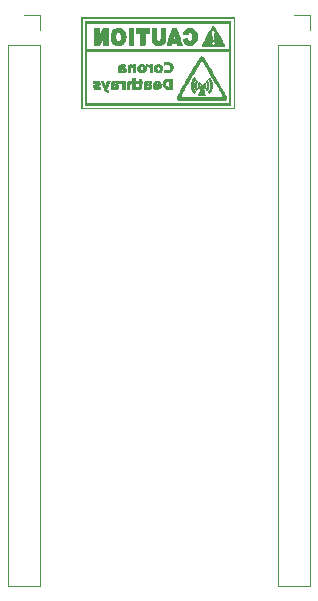
<source format=gbo>
G04 #@! TF.GenerationSoftware,KiCad,Pcbnew,5.1.6*
G04 #@! TF.CreationDate,2020-05-20T03:48:40+02:00*
G04 #@! TF.ProjectId,ESP32_Devkit_TypeC,45535033-325f-4446-9576-6b69745f5479,rev?*
G04 #@! TF.SameCoordinates,Original*
G04 #@! TF.FileFunction,Legend,Bot*
G04 #@! TF.FilePolarity,Positive*
%FSLAX46Y46*%
G04 Gerber Fmt 4.6, Leading zero omitted, Abs format (unit mm)*
G04 Created by KiCad (PCBNEW 5.1.6) date 2020-05-20 03:48:40*
%MOMM*%
%LPD*%
G01*
G04 APERTURE LIST*
%ADD10C,0.010000*%
%ADD11C,0.120000*%
G04 APERTURE END LIST*
D10*
G36*
X93415529Y-83754823D02*
G01*
X106354588Y-83754823D01*
X106354588Y-76090000D01*
X106324706Y-76090000D01*
X106324706Y-83724941D01*
X93445412Y-83724941D01*
X93445412Y-76090000D01*
X106324706Y-76090000D01*
X106354588Y-76090000D01*
X106354588Y-76060118D01*
X93415529Y-76060118D01*
X93415529Y-83754823D01*
G37*
X93415529Y-83754823D02*
X106354588Y-83754823D01*
X106354588Y-76090000D01*
X106324706Y-76090000D01*
X106324706Y-83724941D01*
X93445412Y-83724941D01*
X93445412Y-76090000D01*
X106324706Y-76090000D01*
X106354588Y-76090000D01*
X106354588Y-76060118D01*
X93415529Y-76060118D01*
X93415529Y-83754823D01*
G36*
X93714353Y-83441059D02*
G01*
X106040824Y-83441059D01*
X106040824Y-78898941D01*
X105906353Y-78898941D01*
X105906353Y-83306588D01*
X93848824Y-83306588D01*
X93848824Y-78898941D01*
X105906353Y-78898941D01*
X106040824Y-78898941D01*
X106040824Y-76508353D01*
X105906353Y-76508353D01*
X105906353Y-78764470D01*
X93848824Y-78764470D01*
X93848824Y-76508353D01*
X105906353Y-76508353D01*
X106040824Y-76508353D01*
X106040824Y-76373882D01*
X93714353Y-76373882D01*
X93714353Y-83441059D01*
G37*
X93714353Y-83441059D02*
X106040824Y-83441059D01*
X106040824Y-78898941D01*
X105906353Y-78898941D01*
X105906353Y-83306588D01*
X93848824Y-83306588D01*
X93848824Y-78898941D01*
X105906353Y-78898941D01*
X106040824Y-78898941D01*
X106040824Y-76508353D01*
X105906353Y-76508353D01*
X105906353Y-78764470D01*
X93848824Y-78764470D01*
X93848824Y-76508353D01*
X105906353Y-76508353D01*
X106040824Y-76508353D01*
X106040824Y-76373882D01*
X93714353Y-76373882D01*
X93714353Y-83441059D01*
G36*
X103535910Y-79363276D02*
G01*
X103500846Y-79369047D01*
X103475190Y-79382873D01*
X103448714Y-79408199D01*
X103446393Y-79410676D01*
X103433370Y-79429484D01*
X103406371Y-79472589D01*
X103366334Y-79538397D01*
X103314199Y-79625311D01*
X103250905Y-79731736D01*
X103177391Y-79856077D01*
X103094596Y-79996736D01*
X103003460Y-80152120D01*
X102904921Y-80320632D01*
X102799918Y-80500676D01*
X102689391Y-80690656D01*
X102574279Y-80888978D01*
X102455521Y-81094045D01*
X102446156Y-81110235D01*
X102306593Y-81351591D01*
X102181266Y-81568472D01*
X102069415Y-81762249D01*
X101970278Y-81934293D01*
X101883095Y-82085976D01*
X101807104Y-82218669D01*
X101741545Y-82333743D01*
X101685658Y-82432569D01*
X101638680Y-82516520D01*
X101599851Y-82586965D01*
X101568410Y-82645276D01*
X101543597Y-82692825D01*
X101524650Y-82730983D01*
X101510808Y-82761121D01*
X101501311Y-82784611D01*
X101495398Y-82802823D01*
X101492307Y-82817128D01*
X101491278Y-82828900D01*
X101491252Y-82831110D01*
X101503878Y-82906540D01*
X101542113Y-82966759D01*
X101604356Y-83011477D01*
X101613120Y-83015267D01*
X101624799Y-83018672D01*
X101640942Y-83021714D01*
X101663098Y-83024411D01*
X101692815Y-83026784D01*
X101731644Y-83028853D01*
X101781133Y-83030638D01*
X101842831Y-83032159D01*
X101918288Y-83033437D01*
X102009052Y-83034492D01*
X102116672Y-83035343D01*
X102242697Y-83036011D01*
X102388677Y-83036516D01*
X102556160Y-83036878D01*
X102746696Y-83037118D01*
X102961834Y-83037254D01*
X103203122Y-83037308D01*
X103472109Y-83037300D01*
X103590471Y-83037283D01*
X103872342Y-83037212D01*
X104125862Y-83037084D01*
X104352563Y-83036878D01*
X104553977Y-83036577D01*
X104731636Y-83036162D01*
X104887071Y-83035613D01*
X105021814Y-83034913D01*
X105137396Y-83034041D01*
X105235350Y-83032979D01*
X105317207Y-83031708D01*
X105384499Y-83030209D01*
X105438757Y-83028464D01*
X105481514Y-83026453D01*
X105514300Y-83024158D01*
X105538648Y-83021559D01*
X105556090Y-83018637D01*
X105568156Y-83015375D01*
X105574387Y-83012798D01*
X105636745Y-82966737D01*
X105676056Y-82903525D01*
X105689427Y-82828470D01*
X105688501Y-82817119D01*
X105685308Y-82802841D01*
X105679089Y-82784281D01*
X105669089Y-82760078D01*
X105654552Y-82728875D01*
X105634721Y-82689314D01*
X105609435Y-82641168D01*
X105338256Y-82641168D01*
X105325740Y-82707419D01*
X105287938Y-82759184D01*
X105241471Y-82790278D01*
X105231746Y-82793966D01*
X105216616Y-82797246D01*
X105194411Y-82800141D01*
X105163465Y-82802675D01*
X105122108Y-82804871D01*
X105068672Y-82806753D01*
X105001488Y-82808344D01*
X104918889Y-82809667D01*
X104819205Y-82810746D01*
X104700769Y-82811605D01*
X104561912Y-82812267D01*
X104400965Y-82812755D01*
X104216261Y-82813092D01*
X104006131Y-82813303D01*
X103768906Y-82813411D01*
X103593726Y-82813437D01*
X103334478Y-82813403D01*
X103103496Y-82813254D01*
X102899168Y-82812970D01*
X102719877Y-82812530D01*
X102564010Y-82811915D01*
X102429951Y-82811102D01*
X102316086Y-82810073D01*
X102220799Y-82808805D01*
X102142477Y-82807280D01*
X102079504Y-82805475D01*
X102030266Y-82803371D01*
X101993147Y-82800946D01*
X101966534Y-82798181D01*
X101948811Y-82795054D01*
X101940153Y-82792365D01*
X101883342Y-82753860D01*
X101847554Y-82697834D01*
X101837000Y-82635382D01*
X101840193Y-82621429D01*
X101849726Y-82597441D01*
X101866302Y-82562155D01*
X101890627Y-82514311D01*
X101923406Y-82452645D01*
X101965343Y-82375896D01*
X102017142Y-82282800D01*
X102079508Y-82172097D01*
X102153147Y-82042523D01*
X102238762Y-81892816D01*
X102337058Y-81721715D01*
X102448740Y-81527956D01*
X102574513Y-81310278D01*
X102638385Y-81199882D01*
X102747182Y-81012147D01*
X102852316Y-80831203D01*
X102952760Y-80658792D01*
X103047487Y-80496654D01*
X103135471Y-80346533D01*
X103215686Y-80210168D01*
X103287105Y-80089301D01*
X103348702Y-79985674D01*
X103399450Y-79901029D01*
X103438322Y-79837106D01*
X103464293Y-79795647D01*
X103476173Y-79778557D01*
X103530517Y-79741882D01*
X103594261Y-79732692D01*
X103659703Y-79749675D01*
X103668993Y-79754754D01*
X103679413Y-79762999D01*
X103691843Y-79775858D01*
X103707162Y-79794781D01*
X103726249Y-79821215D01*
X103749982Y-79856609D01*
X103779242Y-79902411D01*
X103814907Y-79960071D01*
X103857857Y-80031035D01*
X103908970Y-80116753D01*
X103969127Y-80218674D01*
X104039205Y-80338245D01*
X104120084Y-80476915D01*
X104212644Y-80636133D01*
X104317763Y-80817347D01*
X104436321Y-81022005D01*
X104526155Y-81177186D01*
X104655594Y-81400929D01*
X104770788Y-81600306D01*
X104872539Y-81776767D01*
X104961652Y-81931762D01*
X105038932Y-82066742D01*
X105105183Y-82183155D01*
X105161209Y-82282452D01*
X105207814Y-82366083D01*
X105245803Y-82435497D01*
X105275980Y-82492145D01*
X105299149Y-82537476D01*
X105316114Y-82572940D01*
X105327680Y-82599987D01*
X105334651Y-82620067D01*
X105337832Y-82634629D01*
X105338256Y-82641168D01*
X105609435Y-82641168D01*
X105608841Y-82640037D01*
X105576154Y-82579686D01*
X105535906Y-82506901D01*
X105487340Y-82420327D01*
X105429699Y-82318603D01*
X105362227Y-82200372D01*
X105284168Y-82064276D01*
X105194766Y-81908957D01*
X105093265Y-81733056D01*
X104978909Y-81535216D01*
X104850941Y-81314078D01*
X104728576Y-81102765D01*
X104609269Y-80896980D01*
X104493625Y-80697915D01*
X104382575Y-80507152D01*
X104277050Y-80326272D01*
X104177979Y-80156855D01*
X104086293Y-80000484D01*
X104002923Y-79858739D01*
X103928798Y-79733202D01*
X103864849Y-79625455D01*
X103812006Y-79537079D01*
X103771200Y-79469655D01*
X103743360Y-79424764D01*
X103729418Y-79403989D01*
X103728736Y-79403206D01*
X103703875Y-79380649D01*
X103677390Y-79368247D01*
X103639386Y-79363057D01*
X103590606Y-79362117D01*
X103535910Y-79363276D01*
G37*
X103535910Y-79363276D02*
X103500846Y-79369047D01*
X103475190Y-79382873D01*
X103448714Y-79408199D01*
X103446393Y-79410676D01*
X103433370Y-79429484D01*
X103406371Y-79472589D01*
X103366334Y-79538397D01*
X103314199Y-79625311D01*
X103250905Y-79731736D01*
X103177391Y-79856077D01*
X103094596Y-79996736D01*
X103003460Y-80152120D01*
X102904921Y-80320632D01*
X102799918Y-80500676D01*
X102689391Y-80690656D01*
X102574279Y-80888978D01*
X102455521Y-81094045D01*
X102446156Y-81110235D01*
X102306593Y-81351591D01*
X102181266Y-81568472D01*
X102069415Y-81762249D01*
X101970278Y-81934293D01*
X101883095Y-82085976D01*
X101807104Y-82218669D01*
X101741545Y-82333743D01*
X101685658Y-82432569D01*
X101638680Y-82516520D01*
X101599851Y-82586965D01*
X101568410Y-82645276D01*
X101543597Y-82692825D01*
X101524650Y-82730983D01*
X101510808Y-82761121D01*
X101501311Y-82784611D01*
X101495398Y-82802823D01*
X101492307Y-82817128D01*
X101491278Y-82828900D01*
X101491252Y-82831110D01*
X101503878Y-82906540D01*
X101542113Y-82966759D01*
X101604356Y-83011477D01*
X101613120Y-83015267D01*
X101624799Y-83018672D01*
X101640942Y-83021714D01*
X101663098Y-83024411D01*
X101692815Y-83026784D01*
X101731644Y-83028853D01*
X101781133Y-83030638D01*
X101842831Y-83032159D01*
X101918288Y-83033437D01*
X102009052Y-83034492D01*
X102116672Y-83035343D01*
X102242697Y-83036011D01*
X102388677Y-83036516D01*
X102556160Y-83036878D01*
X102746696Y-83037118D01*
X102961834Y-83037254D01*
X103203122Y-83037308D01*
X103472109Y-83037300D01*
X103590471Y-83037283D01*
X103872342Y-83037212D01*
X104125862Y-83037084D01*
X104352563Y-83036878D01*
X104553977Y-83036577D01*
X104731636Y-83036162D01*
X104887071Y-83035613D01*
X105021814Y-83034913D01*
X105137396Y-83034041D01*
X105235350Y-83032979D01*
X105317207Y-83031708D01*
X105384499Y-83030209D01*
X105438757Y-83028464D01*
X105481514Y-83026453D01*
X105514300Y-83024158D01*
X105538648Y-83021559D01*
X105556090Y-83018637D01*
X105568156Y-83015375D01*
X105574387Y-83012798D01*
X105636745Y-82966737D01*
X105676056Y-82903525D01*
X105689427Y-82828470D01*
X105688501Y-82817119D01*
X105685308Y-82802841D01*
X105679089Y-82784281D01*
X105669089Y-82760078D01*
X105654552Y-82728875D01*
X105634721Y-82689314D01*
X105609435Y-82641168D01*
X105338256Y-82641168D01*
X105325740Y-82707419D01*
X105287938Y-82759184D01*
X105241471Y-82790278D01*
X105231746Y-82793966D01*
X105216616Y-82797246D01*
X105194411Y-82800141D01*
X105163465Y-82802675D01*
X105122108Y-82804871D01*
X105068672Y-82806753D01*
X105001488Y-82808344D01*
X104918889Y-82809667D01*
X104819205Y-82810746D01*
X104700769Y-82811605D01*
X104561912Y-82812267D01*
X104400965Y-82812755D01*
X104216261Y-82813092D01*
X104006131Y-82813303D01*
X103768906Y-82813411D01*
X103593726Y-82813437D01*
X103334478Y-82813403D01*
X103103496Y-82813254D01*
X102899168Y-82812970D01*
X102719877Y-82812530D01*
X102564010Y-82811915D01*
X102429951Y-82811102D01*
X102316086Y-82810073D01*
X102220799Y-82808805D01*
X102142477Y-82807280D01*
X102079504Y-82805475D01*
X102030266Y-82803371D01*
X101993147Y-82800946D01*
X101966534Y-82798181D01*
X101948811Y-82795054D01*
X101940153Y-82792365D01*
X101883342Y-82753860D01*
X101847554Y-82697834D01*
X101837000Y-82635382D01*
X101840193Y-82621429D01*
X101849726Y-82597441D01*
X101866302Y-82562155D01*
X101890627Y-82514311D01*
X101923406Y-82452645D01*
X101965343Y-82375896D01*
X102017142Y-82282800D01*
X102079508Y-82172097D01*
X102153147Y-82042523D01*
X102238762Y-81892816D01*
X102337058Y-81721715D01*
X102448740Y-81527956D01*
X102574513Y-81310278D01*
X102638385Y-81199882D01*
X102747182Y-81012147D01*
X102852316Y-80831203D01*
X102952760Y-80658792D01*
X103047487Y-80496654D01*
X103135471Y-80346533D01*
X103215686Y-80210168D01*
X103287105Y-80089301D01*
X103348702Y-79985674D01*
X103399450Y-79901029D01*
X103438322Y-79837106D01*
X103464293Y-79795647D01*
X103476173Y-79778557D01*
X103530517Y-79741882D01*
X103594261Y-79732692D01*
X103659703Y-79749675D01*
X103668993Y-79754754D01*
X103679413Y-79762999D01*
X103691843Y-79775858D01*
X103707162Y-79794781D01*
X103726249Y-79821215D01*
X103749982Y-79856609D01*
X103779242Y-79902411D01*
X103814907Y-79960071D01*
X103857857Y-80031035D01*
X103908970Y-80116753D01*
X103969127Y-80218674D01*
X104039205Y-80338245D01*
X104120084Y-80476915D01*
X104212644Y-80636133D01*
X104317763Y-80817347D01*
X104436321Y-81022005D01*
X104526155Y-81177186D01*
X104655594Y-81400929D01*
X104770788Y-81600306D01*
X104872539Y-81776767D01*
X104961652Y-81931762D01*
X105038932Y-82066742D01*
X105105183Y-82183155D01*
X105161209Y-82282452D01*
X105207814Y-82366083D01*
X105245803Y-82435497D01*
X105275980Y-82492145D01*
X105299149Y-82537476D01*
X105316114Y-82572940D01*
X105327680Y-82599987D01*
X105334651Y-82620067D01*
X105337832Y-82634629D01*
X105338256Y-82641168D01*
X105609435Y-82641168D01*
X105608841Y-82640037D01*
X105576154Y-82579686D01*
X105535906Y-82506901D01*
X105487340Y-82420327D01*
X105429699Y-82318603D01*
X105362227Y-82200372D01*
X105284168Y-82064276D01*
X105194766Y-81908957D01*
X105093265Y-81733056D01*
X104978909Y-81535216D01*
X104850941Y-81314078D01*
X104728576Y-81102765D01*
X104609269Y-80896980D01*
X104493625Y-80697915D01*
X104382575Y-80507152D01*
X104277050Y-80326272D01*
X104177979Y-80156855D01*
X104086293Y-80000484D01*
X104002923Y-79858739D01*
X103928798Y-79733202D01*
X103864849Y-79625455D01*
X103812006Y-79537079D01*
X103771200Y-79469655D01*
X103743360Y-79424764D01*
X103729418Y-79403989D01*
X103728736Y-79403206D01*
X103703875Y-79380649D01*
X103677390Y-79368247D01*
X103639386Y-79363057D01*
X103590606Y-79362117D01*
X103535910Y-79363276D01*
G36*
X95528780Y-81656006D02*
G01*
X95499128Y-81729444D01*
X95472769Y-81791108D01*
X95451738Y-81836513D01*
X95438073Y-81861174D01*
X95434252Y-81864142D01*
X95426481Y-81847471D01*
X95411324Y-81807712D01*
X95390711Y-81750169D01*
X95366570Y-81680148D01*
X95356686Y-81650812D01*
X95288253Y-81446412D01*
X95188597Y-81441994D01*
X95138469Y-81441509D01*
X95102679Y-81444480D01*
X95088942Y-81450263D01*
X95088941Y-81450296D01*
X95094503Y-81473198D01*
X95109991Y-81519133D01*
X95133612Y-81583649D01*
X95163568Y-81662291D01*
X95198066Y-81750606D01*
X95235309Y-81844139D01*
X95273504Y-81938438D01*
X95310855Y-82029049D01*
X95345566Y-82111517D01*
X95375842Y-82181390D01*
X95399889Y-82234214D01*
X95415911Y-82265535D01*
X95419840Y-82271232D01*
X95482149Y-82318939D01*
X95562075Y-82344773D01*
X95633814Y-82350353D01*
X95716471Y-82350353D01*
X95716471Y-82215882D01*
X95651551Y-82215882D01*
X95591899Y-82206204D01*
X95552840Y-82178642D01*
X95537321Y-82135406D01*
X95537177Y-82130103D01*
X95542892Y-82107334D01*
X95558839Y-82061864D01*
X95583220Y-81998347D01*
X95614239Y-81921436D01*
X95650098Y-81835784D01*
X95657906Y-81817515D01*
X95695837Y-81729045D01*
X95730961Y-81647042D01*
X95761119Y-81576553D01*
X95784151Y-81522627D01*
X95797899Y-81490310D01*
X95799085Y-81487500D01*
X95819534Y-81438941D01*
X95614174Y-81438941D01*
X95528780Y-81656006D01*
G37*
X95528780Y-81656006D02*
X95499128Y-81729444D01*
X95472769Y-81791108D01*
X95451738Y-81836513D01*
X95438073Y-81861174D01*
X95434252Y-81864142D01*
X95426481Y-81847471D01*
X95411324Y-81807712D01*
X95390711Y-81750169D01*
X95366570Y-81680148D01*
X95356686Y-81650812D01*
X95288253Y-81446412D01*
X95188597Y-81441994D01*
X95138469Y-81441509D01*
X95102679Y-81444480D01*
X95088942Y-81450263D01*
X95088941Y-81450296D01*
X95094503Y-81473198D01*
X95109991Y-81519133D01*
X95133612Y-81583649D01*
X95163568Y-81662291D01*
X95198066Y-81750606D01*
X95235309Y-81844139D01*
X95273504Y-81938438D01*
X95310855Y-82029049D01*
X95345566Y-82111517D01*
X95375842Y-82181390D01*
X95399889Y-82234214D01*
X95415911Y-82265535D01*
X95419840Y-82271232D01*
X95482149Y-82318939D01*
X95562075Y-82344773D01*
X95633814Y-82350353D01*
X95716471Y-82350353D01*
X95716471Y-82215882D01*
X95651551Y-82215882D01*
X95591899Y-82206204D01*
X95552840Y-82178642D01*
X95537321Y-82135406D01*
X95537177Y-82130103D01*
X95542892Y-82107334D01*
X95558839Y-82061864D01*
X95583220Y-81998347D01*
X95614239Y-81921436D01*
X95650098Y-81835784D01*
X95657906Y-81817515D01*
X95695837Y-81729045D01*
X95730961Y-81647042D01*
X95761119Y-81576553D01*
X95784151Y-81522627D01*
X95797899Y-81490310D01*
X95799085Y-81487500D01*
X95819534Y-81438941D01*
X95614174Y-81438941D01*
X95528780Y-81656006D01*
G36*
X99729810Y-81435130D02*
G01*
X99643290Y-81467529D01*
X99572181Y-81520367D01*
X99519655Y-81591489D01*
X99488881Y-81678742D01*
X99481975Y-81748970D01*
X99481647Y-81827412D01*
X99720706Y-81827412D01*
X99811225Y-81827747D01*
X99875983Y-81829021D01*
X99919098Y-81831636D01*
X99944686Y-81835996D01*
X99956865Y-81842503D01*
X99959765Y-81850806D01*
X99946593Y-81901316D01*
X99909953Y-81939614D01*
X99854159Y-81964492D01*
X99783526Y-81974745D01*
X99702367Y-81969165D01*
X99616118Y-81946941D01*
X99569900Y-81931235D01*
X99535429Y-81920537D01*
X99522735Y-81917546D01*
X99516320Y-81930685D01*
X99512265Y-81964787D01*
X99511529Y-81991062D01*
X99512712Y-82035406D01*
X99520192Y-82059323D01*
X99539868Y-82072266D01*
X99567559Y-82080847D01*
X99617714Y-82090774D01*
X99684420Y-82098438D01*
X99758163Y-82103370D01*
X99829431Y-82105101D01*
X99888710Y-82103164D01*
X99922412Y-82098323D01*
X100017913Y-82060668D01*
X100089972Y-82004561D01*
X100138773Y-81929756D01*
X100164499Y-81836007D01*
X100168941Y-81767794D01*
X100156977Y-81664819D01*
X99961428Y-81664819D01*
X99950102Y-81681003D01*
X99913518Y-81689681D01*
X99849731Y-81692799D01*
X99825294Y-81692941D01*
X99761453Y-81692464D01*
X99721790Y-81690169D01*
X99700602Y-81684760D01*
X99692189Y-81674942D01*
X99690824Y-81662380D01*
X99700954Y-81631214D01*
X99725535Y-81597150D01*
X99727497Y-81595144D01*
X99777876Y-81563439D01*
X99834165Y-81558676D01*
X99889864Y-81580613D01*
X99916091Y-81602145D01*
X99949442Y-81639181D01*
X99961428Y-81664819D01*
X100156977Y-81664819D01*
X100156838Y-81663624D01*
X100121579Y-81575741D01*
X100064737Y-81506362D01*
X99987889Y-81457705D01*
X99936404Y-81440261D01*
X99828571Y-81425323D01*
X99729810Y-81435130D01*
G37*
X99729810Y-81435130D02*
X99643290Y-81467529D01*
X99572181Y-81520367D01*
X99519655Y-81591489D01*
X99488881Y-81678742D01*
X99481975Y-81748970D01*
X99481647Y-81827412D01*
X99720706Y-81827412D01*
X99811225Y-81827747D01*
X99875983Y-81829021D01*
X99919098Y-81831636D01*
X99944686Y-81835996D01*
X99956865Y-81842503D01*
X99959765Y-81850806D01*
X99946593Y-81901316D01*
X99909953Y-81939614D01*
X99854159Y-81964492D01*
X99783526Y-81974745D01*
X99702367Y-81969165D01*
X99616118Y-81946941D01*
X99569900Y-81931235D01*
X99535429Y-81920537D01*
X99522735Y-81917546D01*
X99516320Y-81930685D01*
X99512265Y-81964787D01*
X99511529Y-81991062D01*
X99512712Y-82035406D01*
X99520192Y-82059323D01*
X99539868Y-82072266D01*
X99567559Y-82080847D01*
X99617714Y-82090774D01*
X99684420Y-82098438D01*
X99758163Y-82103370D01*
X99829431Y-82105101D01*
X99888710Y-82103164D01*
X99922412Y-82098323D01*
X100017913Y-82060668D01*
X100089972Y-82004561D01*
X100138773Y-81929756D01*
X100164499Y-81836007D01*
X100168941Y-81767794D01*
X100156977Y-81664819D01*
X99961428Y-81664819D01*
X99950102Y-81681003D01*
X99913518Y-81689681D01*
X99849731Y-81692799D01*
X99825294Y-81692941D01*
X99761453Y-81692464D01*
X99721790Y-81690169D01*
X99700602Y-81684760D01*
X99692189Y-81674942D01*
X99690824Y-81662380D01*
X99700954Y-81631214D01*
X99725535Y-81597150D01*
X99727497Y-81595144D01*
X99777876Y-81563439D01*
X99834165Y-81558676D01*
X99889864Y-81580613D01*
X99916091Y-81602145D01*
X99949442Y-81639181D01*
X99961428Y-81664819D01*
X100156977Y-81664819D01*
X100156838Y-81663624D01*
X100121579Y-81575741D01*
X100064737Y-81506362D01*
X99987889Y-81457705D01*
X99936404Y-81440261D01*
X99828571Y-81425323D01*
X99729810Y-81435130D01*
G36*
X98969265Y-81429249D02*
G01*
X98912290Y-81439978D01*
X98895936Y-81444471D01*
X98836398Y-81466939D01*
X98790038Y-81497949D01*
X98755392Y-81541009D01*
X98730999Y-81599624D01*
X98715396Y-81677300D01*
X98707119Y-81777544D01*
X98704706Y-81902853D01*
X98704706Y-82096353D01*
X98913882Y-82096353D01*
X98913882Y-82051529D01*
X98919062Y-82018184D01*
X98931298Y-82006763D01*
X98945636Y-82020754D01*
X98948433Y-82027202D01*
X98969033Y-82049208D01*
X99009139Y-82072825D01*
X99058964Y-82093750D01*
X99108722Y-82107681D01*
X99138982Y-82110966D01*
X99185618Y-82104319D01*
X99238685Y-82088165D01*
X99252803Y-82082258D01*
X99310337Y-82044010D01*
X99345789Y-81989774D01*
X99361131Y-81916015D01*
X99361175Y-81914677D01*
X99159863Y-81914677D01*
X99140360Y-81946816D01*
X99104674Y-81968254D01*
X99057349Y-81974782D01*
X99002933Y-81962191D01*
X98997482Y-81959812D01*
X98964310Y-81932491D01*
X98934632Y-81888646D01*
X98916322Y-81841312D01*
X98913882Y-81821418D01*
X98919614Y-81807780D01*
X98940873Y-81800405D01*
X98983755Y-81797682D01*
X99004209Y-81797529D01*
X99058790Y-81799540D01*
X99094299Y-81807662D01*
X99121399Y-81825029D01*
X99132137Y-81835131D01*
X99158637Y-81876045D01*
X99159863Y-81914677D01*
X99361175Y-81914677D01*
X99362118Y-81886424D01*
X99359357Y-81836164D01*
X99347441Y-81801508D01*
X99320915Y-81768410D01*
X99313302Y-81760666D01*
X99254510Y-81719417D01*
X99174009Y-81692558D01*
X99069698Y-81679519D01*
X99010265Y-81678000D01*
X98951619Y-81675359D01*
X98920294Y-81665818D01*
X98914064Y-81646944D01*
X98930705Y-81616308D01*
X98941283Y-81602649D01*
X98979454Y-81576807D01*
X99038169Y-81562666D01*
X99110224Y-81560840D01*
X99188412Y-81571942D01*
X99216627Y-81579207D01*
X99262928Y-81592252D01*
X99296710Y-81600999D01*
X99308388Y-81603294D01*
X99313521Y-81589866D01*
X99316740Y-81555614D01*
X99317294Y-81530331D01*
X99316538Y-81495801D01*
X99311155Y-81471642D01*
X99296475Y-81455529D01*
X99267827Y-81445138D01*
X99220541Y-81438148D01*
X99149946Y-81432234D01*
X99115025Y-81429713D01*
X99033111Y-81426078D01*
X98969265Y-81429249D01*
G37*
X98969265Y-81429249D02*
X98912290Y-81439978D01*
X98895936Y-81444471D01*
X98836398Y-81466939D01*
X98790038Y-81497949D01*
X98755392Y-81541009D01*
X98730999Y-81599624D01*
X98715396Y-81677300D01*
X98707119Y-81777544D01*
X98704706Y-81902853D01*
X98704706Y-82096353D01*
X98913882Y-82096353D01*
X98913882Y-82051529D01*
X98919062Y-82018184D01*
X98931298Y-82006763D01*
X98945636Y-82020754D01*
X98948433Y-82027202D01*
X98969033Y-82049208D01*
X99009139Y-82072825D01*
X99058964Y-82093750D01*
X99108722Y-82107681D01*
X99138982Y-82110966D01*
X99185618Y-82104319D01*
X99238685Y-82088165D01*
X99252803Y-82082258D01*
X99310337Y-82044010D01*
X99345789Y-81989774D01*
X99361131Y-81916015D01*
X99361175Y-81914677D01*
X99159863Y-81914677D01*
X99140360Y-81946816D01*
X99104674Y-81968254D01*
X99057349Y-81974782D01*
X99002933Y-81962191D01*
X98997482Y-81959812D01*
X98964310Y-81932491D01*
X98934632Y-81888646D01*
X98916322Y-81841312D01*
X98913882Y-81821418D01*
X98919614Y-81807780D01*
X98940873Y-81800405D01*
X98983755Y-81797682D01*
X99004209Y-81797529D01*
X99058790Y-81799540D01*
X99094299Y-81807662D01*
X99121399Y-81825029D01*
X99132137Y-81835131D01*
X99158637Y-81876045D01*
X99159863Y-81914677D01*
X99361175Y-81914677D01*
X99362118Y-81886424D01*
X99359357Y-81836164D01*
X99347441Y-81801508D01*
X99320915Y-81768410D01*
X99313302Y-81760666D01*
X99254510Y-81719417D01*
X99174009Y-81692558D01*
X99069698Y-81679519D01*
X99010265Y-81678000D01*
X98951619Y-81675359D01*
X98920294Y-81665818D01*
X98914064Y-81646944D01*
X98930705Y-81616308D01*
X98941283Y-81602649D01*
X98979454Y-81576807D01*
X99038169Y-81562666D01*
X99110224Y-81560840D01*
X99188412Y-81571942D01*
X99216627Y-81579207D01*
X99262928Y-81592252D01*
X99296710Y-81600999D01*
X99308388Y-81603294D01*
X99313521Y-81589866D01*
X99316740Y-81555614D01*
X99317294Y-81530331D01*
X99316538Y-81495801D01*
X99311155Y-81471642D01*
X99296475Y-81455529D01*
X99267827Y-81445138D01*
X99220541Y-81438148D01*
X99149946Y-81432234D01*
X99115025Y-81429713D01*
X99033111Y-81426078D01*
X98969265Y-81429249D01*
G36*
X96160324Y-81429249D02*
G01*
X96103348Y-81439978D01*
X96086995Y-81444471D01*
X96027457Y-81466939D01*
X95981096Y-81497949D01*
X95946451Y-81541009D01*
X95922058Y-81599624D01*
X95906454Y-81677300D01*
X95898178Y-81777544D01*
X95895765Y-81902853D01*
X95895765Y-82096353D01*
X96104941Y-82096353D01*
X96104941Y-82051529D01*
X96110121Y-82018184D01*
X96122357Y-82006763D01*
X96136695Y-82020754D01*
X96139492Y-82027202D01*
X96160092Y-82049208D01*
X96200198Y-82072825D01*
X96250023Y-82093750D01*
X96299781Y-82107681D01*
X96330041Y-82110966D01*
X96376677Y-82104319D01*
X96429744Y-82088165D01*
X96443862Y-82082258D01*
X96501396Y-82044010D01*
X96536847Y-81989774D01*
X96552190Y-81916015D01*
X96552234Y-81914677D01*
X96350922Y-81914677D01*
X96331419Y-81946816D01*
X96295732Y-81968254D01*
X96248408Y-81974782D01*
X96193992Y-81962191D01*
X96188541Y-81959812D01*
X96155369Y-81932491D01*
X96125691Y-81888646D01*
X96107381Y-81841312D01*
X96104941Y-81821418D01*
X96110673Y-81807780D01*
X96131932Y-81800405D01*
X96174814Y-81797682D01*
X96195267Y-81797529D01*
X96249849Y-81799540D01*
X96285358Y-81807662D01*
X96312457Y-81825029D01*
X96323195Y-81835131D01*
X96349696Y-81876045D01*
X96350922Y-81914677D01*
X96552234Y-81914677D01*
X96553177Y-81886424D01*
X96550416Y-81836164D01*
X96538499Y-81801508D01*
X96511974Y-81768410D01*
X96504361Y-81760666D01*
X96445569Y-81719417D01*
X96365067Y-81692558D01*
X96260756Y-81679519D01*
X96201323Y-81678000D01*
X96142678Y-81675359D01*
X96111353Y-81665818D01*
X96105123Y-81646944D01*
X96121763Y-81616308D01*
X96132341Y-81602649D01*
X96170513Y-81576807D01*
X96229228Y-81562666D01*
X96301282Y-81560840D01*
X96379471Y-81571942D01*
X96407685Y-81579207D01*
X96453987Y-81592252D01*
X96487769Y-81600999D01*
X96499447Y-81603294D01*
X96504580Y-81589866D01*
X96507798Y-81555614D01*
X96508353Y-81530331D01*
X96507597Y-81495801D01*
X96502214Y-81471642D01*
X96487534Y-81455529D01*
X96458886Y-81445138D01*
X96411600Y-81438148D01*
X96341004Y-81432234D01*
X96306084Y-81429713D01*
X96224170Y-81426078D01*
X96160324Y-81429249D01*
G37*
X96160324Y-81429249D02*
X96103348Y-81439978D01*
X96086995Y-81444471D01*
X96027457Y-81466939D01*
X95981096Y-81497949D01*
X95946451Y-81541009D01*
X95922058Y-81599624D01*
X95906454Y-81677300D01*
X95898178Y-81777544D01*
X95895765Y-81902853D01*
X95895765Y-82096353D01*
X96104941Y-82096353D01*
X96104941Y-82051529D01*
X96110121Y-82018184D01*
X96122357Y-82006763D01*
X96136695Y-82020754D01*
X96139492Y-82027202D01*
X96160092Y-82049208D01*
X96200198Y-82072825D01*
X96250023Y-82093750D01*
X96299781Y-82107681D01*
X96330041Y-82110966D01*
X96376677Y-82104319D01*
X96429744Y-82088165D01*
X96443862Y-82082258D01*
X96501396Y-82044010D01*
X96536847Y-81989774D01*
X96552190Y-81916015D01*
X96552234Y-81914677D01*
X96350922Y-81914677D01*
X96331419Y-81946816D01*
X96295732Y-81968254D01*
X96248408Y-81974782D01*
X96193992Y-81962191D01*
X96188541Y-81959812D01*
X96155369Y-81932491D01*
X96125691Y-81888646D01*
X96107381Y-81841312D01*
X96104941Y-81821418D01*
X96110673Y-81807780D01*
X96131932Y-81800405D01*
X96174814Y-81797682D01*
X96195267Y-81797529D01*
X96249849Y-81799540D01*
X96285358Y-81807662D01*
X96312457Y-81825029D01*
X96323195Y-81835131D01*
X96349696Y-81876045D01*
X96350922Y-81914677D01*
X96552234Y-81914677D01*
X96553177Y-81886424D01*
X96550416Y-81836164D01*
X96538499Y-81801508D01*
X96511974Y-81768410D01*
X96504361Y-81760666D01*
X96445569Y-81719417D01*
X96365067Y-81692558D01*
X96260756Y-81679519D01*
X96201323Y-81678000D01*
X96142678Y-81675359D01*
X96111353Y-81665818D01*
X96105123Y-81646944D01*
X96121763Y-81616308D01*
X96132341Y-81602649D01*
X96170513Y-81576807D01*
X96229228Y-81562666D01*
X96301282Y-81560840D01*
X96379471Y-81571942D01*
X96407685Y-81579207D01*
X96453987Y-81592252D01*
X96487769Y-81600999D01*
X96499447Y-81603294D01*
X96504580Y-81589866D01*
X96507798Y-81555614D01*
X96508353Y-81530331D01*
X96507597Y-81495801D01*
X96502214Y-81471642D01*
X96487534Y-81455529D01*
X96458886Y-81445138D01*
X96411600Y-81438148D01*
X96341004Y-81432234D01*
X96306084Y-81429713D01*
X96224170Y-81426078D01*
X96160324Y-81429249D01*
G36*
X94606213Y-81430554D02*
G01*
X94535849Y-81438654D01*
X94489936Y-81446626D01*
X94463257Y-81457917D01*
X94450594Y-81475974D01*
X94446731Y-81504245D01*
X94446471Y-81536112D01*
X94446471Y-81615102D01*
X94537449Y-81586786D01*
X94628274Y-81565145D01*
X94706173Y-81559840D01*
X94766301Y-81570969D01*
X94786793Y-81581729D01*
X94814976Y-81608401D01*
X94817437Y-81631976D01*
X94793153Y-81653320D01*
X94741101Y-81673301D01*
X94660257Y-81692785D01*
X94654208Y-81694010D01*
X94567210Y-81714390D01*
X94504809Y-81737047D01*
X94461732Y-81765071D01*
X94432705Y-81801552D01*
X94418551Y-81832110D01*
X94404588Y-81905240D01*
X94417947Y-81972419D01*
X94456128Y-82029623D01*
X94516633Y-82072833D01*
X94582007Y-82095186D01*
X94664123Y-82106216D01*
X94757448Y-82108725D01*
X94844433Y-82102297D01*
X94849882Y-82101494D01*
X94913307Y-82091903D01*
X94952964Y-82083999D01*
X94974380Y-82073581D01*
X94983084Y-82056451D01*
X94984604Y-82028407D01*
X94984353Y-81999321D01*
X94984353Y-81918583D01*
X94931968Y-81940471D01*
X94879280Y-81956446D01*
X94813104Y-81968370D01*
X94745301Y-81974882D01*
X94687732Y-81974619D01*
X94664980Y-81971155D01*
X94629149Y-81952160D01*
X94609796Y-81930080D01*
X94601769Y-81902536D01*
X94612816Y-81880675D01*
X94645864Y-81862660D01*
X94703836Y-81846653D01*
X94759743Y-81835846D01*
X94844115Y-81817524D01*
X94904167Y-81794592D01*
X94945438Y-81763578D01*
X94973469Y-81721008D01*
X94983892Y-81695323D01*
X94996771Y-81650858D01*
X94996751Y-81615021D01*
X94983892Y-81570163D01*
X94946777Y-81506761D01*
X94886283Y-81461245D01*
X94803177Y-81433898D01*
X94698228Y-81425006D01*
X94606213Y-81430554D01*
G37*
X94606213Y-81430554D02*
X94535849Y-81438654D01*
X94489936Y-81446626D01*
X94463257Y-81457917D01*
X94450594Y-81475974D01*
X94446731Y-81504245D01*
X94446471Y-81536112D01*
X94446471Y-81615102D01*
X94537449Y-81586786D01*
X94628274Y-81565145D01*
X94706173Y-81559840D01*
X94766301Y-81570969D01*
X94786793Y-81581729D01*
X94814976Y-81608401D01*
X94817437Y-81631976D01*
X94793153Y-81653320D01*
X94741101Y-81673301D01*
X94660257Y-81692785D01*
X94654208Y-81694010D01*
X94567210Y-81714390D01*
X94504809Y-81737047D01*
X94461732Y-81765071D01*
X94432705Y-81801552D01*
X94418551Y-81832110D01*
X94404588Y-81905240D01*
X94417947Y-81972419D01*
X94456128Y-82029623D01*
X94516633Y-82072833D01*
X94582007Y-82095186D01*
X94664123Y-82106216D01*
X94757448Y-82108725D01*
X94844433Y-82102297D01*
X94849882Y-82101494D01*
X94913307Y-82091903D01*
X94952964Y-82083999D01*
X94974380Y-82073581D01*
X94983084Y-82056451D01*
X94984604Y-82028407D01*
X94984353Y-81999321D01*
X94984353Y-81918583D01*
X94931968Y-81940471D01*
X94879280Y-81956446D01*
X94813104Y-81968370D01*
X94745301Y-81974882D01*
X94687732Y-81974619D01*
X94664980Y-81971155D01*
X94629149Y-81952160D01*
X94609796Y-81930080D01*
X94601769Y-81902536D01*
X94612816Y-81880675D01*
X94645864Y-81862660D01*
X94703836Y-81846653D01*
X94759743Y-81835846D01*
X94844115Y-81817524D01*
X94904167Y-81794592D01*
X94945438Y-81763578D01*
X94973469Y-81721008D01*
X94983892Y-81695323D01*
X94996771Y-81650858D01*
X94996751Y-81615021D01*
X94983892Y-81570163D01*
X94946777Y-81506761D01*
X94886283Y-81461245D01*
X94803177Y-81433898D01*
X94698228Y-81425006D01*
X94606213Y-81430554D01*
G36*
X100867441Y-81233663D02*
G01*
X100753025Y-81238626D01*
X100663164Y-81246163D01*
X100592554Y-81257599D01*
X100535895Y-81274254D01*
X100487884Y-81297452D01*
X100443220Y-81328516D01*
X100424168Y-81344240D01*
X100367653Y-81399638D01*
X100329736Y-81456524D01*
X100307328Y-81522582D01*
X100297342Y-81605495D01*
X100296024Y-81663059D01*
X100300327Y-81758975D01*
X100315297Y-81833670D01*
X100344021Y-81894826D01*
X100389588Y-81950127D01*
X100424168Y-81981878D01*
X100469009Y-82016642D01*
X100514967Y-82042986D01*
X100567345Y-82062230D01*
X100631445Y-82075699D01*
X100712568Y-82084713D01*
X100816017Y-82090597D01*
X100867441Y-82092454D01*
X101110235Y-82100234D01*
X101110235Y-81394118D01*
X100886118Y-81394118D01*
X100886118Y-81932000D01*
X100799637Y-81932000D01*
X100711579Y-81922465D01*
X100646831Y-81898382D01*
X100584461Y-81855764D01*
X100544334Y-81800153D01*
X100523940Y-81726884D01*
X100520059Y-81663059D01*
X100531488Y-81568760D01*
X100565334Y-81494080D01*
X100620933Y-81439658D01*
X100697621Y-81406132D01*
X100794733Y-81394141D01*
X100799637Y-81394118D01*
X100886118Y-81394118D01*
X101110235Y-81394118D01*
X101110235Y-81225884D01*
X100867441Y-81233663D01*
G37*
X100867441Y-81233663D02*
X100753025Y-81238626D01*
X100663164Y-81246163D01*
X100592554Y-81257599D01*
X100535895Y-81274254D01*
X100487884Y-81297452D01*
X100443220Y-81328516D01*
X100424168Y-81344240D01*
X100367653Y-81399638D01*
X100329736Y-81456524D01*
X100307328Y-81522582D01*
X100297342Y-81605495D01*
X100296024Y-81663059D01*
X100300327Y-81758975D01*
X100315297Y-81833670D01*
X100344021Y-81894826D01*
X100389588Y-81950127D01*
X100424168Y-81981878D01*
X100469009Y-82016642D01*
X100514967Y-82042986D01*
X100567345Y-82062230D01*
X100631445Y-82075699D01*
X100712568Y-82084713D01*
X100816017Y-82090597D01*
X100867441Y-82092454D01*
X101110235Y-82100234D01*
X101110235Y-81394118D01*
X100886118Y-81394118D01*
X100886118Y-81932000D01*
X100799637Y-81932000D01*
X100711579Y-81922465D01*
X100646831Y-81898382D01*
X100584461Y-81855764D01*
X100544334Y-81800153D01*
X100523940Y-81726884D01*
X100520059Y-81663059D01*
X100531488Y-81568760D01*
X100565334Y-81494080D01*
X100620933Y-81439658D01*
X100697621Y-81406132D01*
X100794733Y-81394141D01*
X100799637Y-81394118D01*
X100886118Y-81394118D01*
X101110235Y-81394118D01*
X101110235Y-81225884D01*
X100867441Y-81233663D01*
G36*
X98286353Y-81438941D02*
G01*
X98077177Y-81438941D01*
X98077177Y-81588353D01*
X98286353Y-81588353D01*
X98286353Y-81749718D01*
X98284542Y-81836047D01*
X98279190Y-81895368D01*
X98270420Y-81926446D01*
X98268424Y-81929012D01*
X98244077Y-81939209D01*
X98201381Y-81945703D01*
X98171306Y-81946941D01*
X98092118Y-81946941D01*
X98092118Y-82096353D01*
X98215382Y-82096330D01*
X98297888Y-82093095D01*
X98357736Y-82082774D01*
X98390941Y-82070183D01*
X98431296Y-82044288D01*
X98460255Y-82009964D01*
X98479455Y-81962420D01*
X98490531Y-81896864D01*
X98495120Y-81808503D01*
X98495506Y-81763912D01*
X98495529Y-81588353D01*
X98600118Y-81588353D01*
X98600118Y-81438941D01*
X98495529Y-81438941D01*
X98495529Y-81259647D01*
X98286353Y-81259647D01*
X98286353Y-81438941D01*
G37*
X98286353Y-81438941D02*
X98077177Y-81438941D01*
X98077177Y-81588353D01*
X98286353Y-81588353D01*
X98286353Y-81749718D01*
X98284542Y-81836047D01*
X98279190Y-81895368D01*
X98270420Y-81926446D01*
X98268424Y-81929012D01*
X98244077Y-81939209D01*
X98201381Y-81945703D01*
X98171306Y-81946941D01*
X98092118Y-81946941D01*
X98092118Y-82096353D01*
X98215382Y-82096330D01*
X98297888Y-82093095D01*
X98357736Y-82082774D01*
X98390941Y-82070183D01*
X98431296Y-82044288D01*
X98460255Y-82009964D01*
X98479455Y-81962420D01*
X98490531Y-81896864D01*
X98495120Y-81808503D01*
X98495506Y-81763912D01*
X98495529Y-81588353D01*
X98600118Y-81588353D01*
X98600118Y-81438941D01*
X98495529Y-81438941D01*
X98495529Y-81259647D01*
X98286353Y-81259647D01*
X98286353Y-81438941D01*
G36*
X97733529Y-81514071D02*
G01*
X97671121Y-81472771D01*
X97604646Y-81442252D01*
X97530685Y-81429612D01*
X97459093Y-81435200D01*
X97399724Y-81459369D01*
X97394713Y-81462915D01*
X97360345Y-81491324D01*
X97334561Y-81521465D01*
X97316010Y-81558167D01*
X97303341Y-81606259D01*
X97295204Y-81670571D01*
X97290247Y-81755932D01*
X97287589Y-81845909D01*
X97281846Y-82096353D01*
X97492318Y-82096353D01*
X97497130Y-81873757D01*
X97499462Y-81785577D01*
X97502480Y-81722202D01*
X97506850Y-81678557D01*
X97513237Y-81649565D01*
X97522304Y-81630149D01*
X97530404Y-81619757D01*
X97572423Y-81593356D01*
X97622754Y-81592360D01*
X97674324Y-81616555D01*
X97684138Y-81624376D01*
X97700435Y-81639132D01*
X97711956Y-81654239D01*
X97719668Y-81674960D01*
X97724541Y-81706557D01*
X97727543Y-81754293D01*
X97729644Y-81823431D01*
X97730896Y-81878376D01*
X97735734Y-82096353D01*
X97942706Y-82096353D01*
X97942706Y-81184941D01*
X97733529Y-81184941D01*
X97733529Y-81514071D01*
G37*
X97733529Y-81514071D02*
X97671121Y-81472771D01*
X97604646Y-81442252D01*
X97530685Y-81429612D01*
X97459093Y-81435200D01*
X97399724Y-81459369D01*
X97394713Y-81462915D01*
X97360345Y-81491324D01*
X97334561Y-81521465D01*
X97316010Y-81558167D01*
X97303341Y-81606259D01*
X97295204Y-81670571D01*
X97290247Y-81755932D01*
X97287589Y-81845909D01*
X97281846Y-82096353D01*
X97492318Y-82096353D01*
X97497130Y-81873757D01*
X97499462Y-81785577D01*
X97502480Y-81722202D01*
X97506850Y-81678557D01*
X97513237Y-81649565D01*
X97522304Y-81630149D01*
X97530404Y-81619757D01*
X97572423Y-81593356D01*
X97622754Y-81592360D01*
X97674324Y-81616555D01*
X97684138Y-81624376D01*
X97700435Y-81639132D01*
X97711956Y-81654239D01*
X97719668Y-81674960D01*
X97724541Y-81706557D01*
X97727543Y-81754293D01*
X97729644Y-81823431D01*
X97730896Y-81878376D01*
X97735734Y-82096353D01*
X97942706Y-82096353D01*
X97942706Y-81184941D01*
X97733529Y-81184941D01*
X97733529Y-81514071D01*
G36*
X96612941Y-81521643D02*
G01*
X96613558Y-81573564D01*
X96616711Y-81601161D01*
X96624352Y-81609990D01*
X96638435Y-81605603D01*
X96641841Y-81603820D01*
X96703391Y-81586661D01*
X96766658Y-81596862D01*
X96824813Y-81633148D01*
X96831082Y-81639153D01*
X96881882Y-81689953D01*
X96881882Y-82096353D01*
X97091059Y-82096353D01*
X97091059Y-81438941D01*
X96881882Y-81438941D01*
X96881882Y-81534179D01*
X96840794Y-81494981D01*
X96769735Y-81446048D01*
X96687953Y-81424969D01*
X96664263Y-81424000D01*
X96612941Y-81424000D01*
X96612941Y-81521643D01*
G37*
X96612941Y-81521643D02*
X96613558Y-81573564D01*
X96616711Y-81601161D01*
X96624352Y-81609990D01*
X96638435Y-81605603D01*
X96641841Y-81603820D01*
X96703391Y-81586661D01*
X96766658Y-81596862D01*
X96824813Y-81633148D01*
X96831082Y-81639153D01*
X96881882Y-81689953D01*
X96881882Y-82096353D01*
X97091059Y-82096353D01*
X97091059Y-81438941D01*
X96881882Y-81438941D01*
X96881882Y-81534179D01*
X96840794Y-81494981D01*
X96769735Y-81446048D01*
X96687953Y-81424969D01*
X96664263Y-81424000D01*
X96612941Y-81424000D01*
X96612941Y-81521643D01*
G36*
X100605180Y-79823014D02*
G01*
X100539704Y-79831219D01*
X100491988Y-79842552D01*
X100490177Y-79843211D01*
X100430412Y-79865534D01*
X100421480Y-80050764D01*
X100485711Y-80017055D01*
X100548628Y-79994074D01*
X100622121Y-79982297D01*
X100696458Y-79981850D01*
X100761904Y-79992855D01*
X100805604Y-80012982D01*
X100870266Y-80078747D01*
X100910097Y-80159655D01*
X100924053Y-80252766D01*
X100917148Y-80327589D01*
X100889587Y-80409716D01*
X100838600Y-80476479D01*
X100805604Y-80504194D01*
X100756753Y-80525752D01*
X100690134Y-80535745D01*
X100615481Y-80534295D01*
X100542527Y-80521528D01*
X100485711Y-80500121D01*
X100421480Y-80466412D01*
X100430412Y-80651642D01*
X100490177Y-80672760D01*
X100571223Y-80692015D01*
X100666361Y-80700469D01*
X100761648Y-80697671D01*
X100840078Y-80684051D01*
X100936864Y-80648015D01*
X101011659Y-80598840D01*
X101067232Y-80537587D01*
X101119108Y-80441554D01*
X101147189Y-80333594D01*
X101150980Y-80220493D01*
X101129982Y-80109039D01*
X101103529Y-80042166D01*
X101047089Y-79954554D01*
X100973720Y-79889404D01*
X100881874Y-79845909D01*
X100770005Y-79823261D01*
X100676941Y-79819399D01*
X100605180Y-79823014D01*
G37*
X100605180Y-79823014D02*
X100539704Y-79831219D01*
X100491988Y-79842552D01*
X100490177Y-79843211D01*
X100430412Y-79865534D01*
X100421480Y-80050764D01*
X100485711Y-80017055D01*
X100548628Y-79994074D01*
X100622121Y-79982297D01*
X100696458Y-79981850D01*
X100761904Y-79992855D01*
X100805604Y-80012982D01*
X100870266Y-80078747D01*
X100910097Y-80159655D01*
X100924053Y-80252766D01*
X100917148Y-80327589D01*
X100889587Y-80409716D01*
X100838600Y-80476479D01*
X100805604Y-80504194D01*
X100756753Y-80525752D01*
X100690134Y-80535745D01*
X100615481Y-80534295D01*
X100542527Y-80521528D01*
X100485711Y-80500121D01*
X100421480Y-80466412D01*
X100430412Y-80651642D01*
X100490177Y-80672760D01*
X100571223Y-80692015D01*
X100666361Y-80700469D01*
X100761648Y-80697671D01*
X100840078Y-80684051D01*
X100936864Y-80648015D01*
X101011659Y-80598840D01*
X101067232Y-80537587D01*
X101119108Y-80441554D01*
X101147189Y-80333594D01*
X101150980Y-80220493D01*
X101129982Y-80109039D01*
X101103529Y-80042166D01*
X101047089Y-79954554D01*
X100973720Y-79889404D01*
X100881874Y-79845909D01*
X100770005Y-79823261D01*
X100676941Y-79819399D01*
X100605180Y-79823014D01*
G36*
X99850080Y-80026861D02*
G01*
X99763545Y-80049668D01*
X99690177Y-80090163D01*
X99665026Y-80112502D01*
X99610317Y-80186306D01*
X99579769Y-80271870D01*
X99571294Y-80363176D01*
X99581821Y-80463840D01*
X99614727Y-80547972D01*
X99665026Y-80613850D01*
X99730068Y-80661188D01*
X99813384Y-80691882D01*
X99907598Y-80704625D01*
X100005334Y-80698104D01*
X100062457Y-80684445D01*
X100146256Y-80644059D01*
X100209862Y-80582366D01*
X100252168Y-80501053D01*
X100272065Y-80401808D01*
X100272657Y-80386102D01*
X100062079Y-80386102D01*
X100050702Y-80452449D01*
X100027342Y-80506990D01*
X99994782Y-80540490D01*
X99946244Y-80555039D01*
X99890076Y-80553438D01*
X99852929Y-80541268D01*
X99821072Y-80509696D01*
X99796257Y-80457676D01*
X99782250Y-80394460D01*
X99780471Y-80363176D01*
X99790116Y-80283016D01*
X99817784Y-80222190D01*
X99861569Y-80183305D01*
X99919566Y-80168967D01*
X99922412Y-80168941D01*
X99981560Y-80180904D01*
X100024528Y-80217636D01*
X100043206Y-80251840D01*
X100060053Y-80316412D01*
X100062079Y-80386102D01*
X100272657Y-80386102D01*
X100273529Y-80363030D01*
X100268139Y-80278416D01*
X100249294Y-80211533D01*
X100212982Y-80151761D01*
X100178882Y-80112502D01*
X100114183Y-80064561D01*
X100032850Y-80034307D01*
X99942332Y-80021740D01*
X99850080Y-80026861D01*
G37*
X99850080Y-80026861D02*
X99763545Y-80049668D01*
X99690177Y-80090163D01*
X99665026Y-80112502D01*
X99610317Y-80186306D01*
X99579769Y-80271870D01*
X99571294Y-80363176D01*
X99581821Y-80463840D01*
X99614727Y-80547972D01*
X99665026Y-80613850D01*
X99730068Y-80661188D01*
X99813384Y-80691882D01*
X99907598Y-80704625D01*
X100005334Y-80698104D01*
X100062457Y-80684445D01*
X100146256Y-80644059D01*
X100209862Y-80582366D01*
X100252168Y-80501053D01*
X100272065Y-80401808D01*
X100272657Y-80386102D01*
X100062079Y-80386102D01*
X100050702Y-80452449D01*
X100027342Y-80506990D01*
X99994782Y-80540490D01*
X99946244Y-80555039D01*
X99890076Y-80553438D01*
X99852929Y-80541268D01*
X99821072Y-80509696D01*
X99796257Y-80457676D01*
X99782250Y-80394460D01*
X99780471Y-80363176D01*
X99790116Y-80283016D01*
X99817784Y-80222190D01*
X99861569Y-80183305D01*
X99919566Y-80168967D01*
X99922412Y-80168941D01*
X99981560Y-80180904D01*
X100024528Y-80217636D01*
X100043206Y-80251840D01*
X100060053Y-80316412D01*
X100062079Y-80386102D01*
X100272657Y-80386102D01*
X100273529Y-80363030D01*
X100268139Y-80278416D01*
X100249294Y-80211533D01*
X100212982Y-80151761D01*
X100178882Y-80112502D01*
X100114183Y-80064561D01*
X100032850Y-80034307D01*
X99942332Y-80021740D01*
X99850080Y-80026861D01*
G36*
X98410769Y-80031941D02*
G01*
X98320578Y-80067895D01*
X98249332Y-80125472D01*
X98198990Y-80202751D01*
X98171516Y-80297813D01*
X98166824Y-80363176D01*
X98177351Y-80463840D01*
X98210256Y-80547972D01*
X98260556Y-80613850D01*
X98325598Y-80661188D01*
X98408913Y-80691882D01*
X98503127Y-80704625D01*
X98600864Y-80698104D01*
X98657986Y-80684445D01*
X98738262Y-80644233D01*
X98805250Y-80579706D01*
X98840545Y-80524389D01*
X98859235Y-80467266D01*
X98868570Y-80394378D01*
X98868551Y-80386102D01*
X98657608Y-80386102D01*
X98646231Y-80452449D01*
X98622872Y-80506990D01*
X98590312Y-80540490D01*
X98541773Y-80555039D01*
X98485606Y-80553438D01*
X98448459Y-80541268D01*
X98416601Y-80509696D01*
X98391787Y-80457676D01*
X98377779Y-80394460D01*
X98376000Y-80363176D01*
X98385646Y-80283016D01*
X98413313Y-80222190D01*
X98457098Y-80183305D01*
X98515096Y-80168967D01*
X98517941Y-80168941D01*
X98577089Y-80180904D01*
X98620058Y-80217636D01*
X98638736Y-80251840D01*
X98655583Y-80316412D01*
X98657608Y-80386102D01*
X98868551Y-80386102D01*
X98868385Y-80317486D01*
X98858516Y-80248351D01*
X98844974Y-80209287D01*
X98788120Y-80127804D01*
X98711863Y-80067919D01*
X98619054Y-80031287D01*
X98517941Y-80019529D01*
X98410769Y-80031941D01*
G37*
X98410769Y-80031941D02*
X98320578Y-80067895D01*
X98249332Y-80125472D01*
X98198990Y-80202751D01*
X98171516Y-80297813D01*
X98166824Y-80363176D01*
X98177351Y-80463840D01*
X98210256Y-80547972D01*
X98260556Y-80613850D01*
X98325598Y-80661188D01*
X98408913Y-80691882D01*
X98503127Y-80704625D01*
X98600864Y-80698104D01*
X98657986Y-80684445D01*
X98738262Y-80644233D01*
X98805250Y-80579706D01*
X98840545Y-80524389D01*
X98859235Y-80467266D01*
X98868570Y-80394378D01*
X98868551Y-80386102D01*
X98657608Y-80386102D01*
X98646231Y-80452449D01*
X98622872Y-80506990D01*
X98590312Y-80540490D01*
X98541773Y-80555039D01*
X98485606Y-80553438D01*
X98448459Y-80541268D01*
X98416601Y-80509696D01*
X98391787Y-80457676D01*
X98377779Y-80394460D01*
X98376000Y-80363176D01*
X98385646Y-80283016D01*
X98413313Y-80222190D01*
X98457098Y-80183305D01*
X98515096Y-80168967D01*
X98517941Y-80168941D01*
X98577089Y-80180904D01*
X98620058Y-80217636D01*
X98638736Y-80251840D01*
X98655583Y-80316412D01*
X98657608Y-80386102D01*
X98868551Y-80386102D01*
X98868385Y-80317486D01*
X98858516Y-80248351D01*
X98844974Y-80209287D01*
X98788120Y-80127804D01*
X98711863Y-80067919D01*
X98619054Y-80031287D01*
X98517941Y-80019529D01*
X98410769Y-80031941D01*
G36*
X96802794Y-80024778D02*
G01*
X96745819Y-80035508D01*
X96729465Y-80040000D01*
X96669927Y-80062468D01*
X96623567Y-80093479D01*
X96588922Y-80136539D01*
X96564529Y-80195154D01*
X96548925Y-80272830D01*
X96540648Y-80373074D01*
X96538235Y-80498382D01*
X96538235Y-80691882D01*
X96747412Y-80691882D01*
X96747412Y-80647059D01*
X96752591Y-80613714D01*
X96764827Y-80602292D01*
X96779165Y-80616283D01*
X96781962Y-80622731D01*
X96802562Y-80644738D01*
X96842668Y-80668354D01*
X96892493Y-80689279D01*
X96942251Y-80703210D01*
X96972511Y-80706495D01*
X97019147Y-80699849D01*
X97072215Y-80683694D01*
X97086333Y-80677787D01*
X97143867Y-80639539D01*
X97179318Y-80585303D01*
X97194661Y-80511544D01*
X97194705Y-80510206D01*
X96993392Y-80510206D01*
X96973889Y-80542345D01*
X96938203Y-80563783D01*
X96890879Y-80570311D01*
X96836463Y-80557720D01*
X96831011Y-80555341D01*
X96797840Y-80528020D01*
X96768161Y-80484175D01*
X96749851Y-80436841D01*
X96747412Y-80416948D01*
X96753144Y-80403310D01*
X96774403Y-80395935D01*
X96817284Y-80393211D01*
X96837738Y-80393059D01*
X96892319Y-80395070D01*
X96927829Y-80403192D01*
X96954928Y-80420558D01*
X96965666Y-80430660D01*
X96992166Y-80471575D01*
X96993392Y-80510206D01*
X97194705Y-80510206D01*
X97195647Y-80481954D01*
X97192887Y-80431693D01*
X97180970Y-80397037D01*
X97154444Y-80363940D01*
X97146831Y-80356196D01*
X97088040Y-80314946D01*
X97007538Y-80288088D01*
X96903227Y-80275048D01*
X96843794Y-80273529D01*
X96785148Y-80270889D01*
X96753823Y-80261347D01*
X96747594Y-80242474D01*
X96764234Y-80211837D01*
X96774812Y-80198178D01*
X96812983Y-80172337D01*
X96871699Y-80158196D01*
X96943753Y-80156370D01*
X97021941Y-80167471D01*
X97050156Y-80174737D01*
X97096457Y-80187782D01*
X97130240Y-80196528D01*
X97141917Y-80198823D01*
X97147050Y-80185396D01*
X97150269Y-80151143D01*
X97150824Y-80125860D01*
X97150067Y-80091331D01*
X97144685Y-80067171D01*
X97130005Y-80051058D01*
X97101357Y-80040668D01*
X97054071Y-80033677D01*
X96983475Y-80027763D01*
X96948554Y-80025242D01*
X96866641Y-80021608D01*
X96802794Y-80024778D01*
G37*
X96802794Y-80024778D02*
X96745819Y-80035508D01*
X96729465Y-80040000D01*
X96669927Y-80062468D01*
X96623567Y-80093479D01*
X96588922Y-80136539D01*
X96564529Y-80195154D01*
X96548925Y-80272830D01*
X96540648Y-80373074D01*
X96538235Y-80498382D01*
X96538235Y-80691882D01*
X96747412Y-80691882D01*
X96747412Y-80647059D01*
X96752591Y-80613714D01*
X96764827Y-80602292D01*
X96779165Y-80616283D01*
X96781962Y-80622731D01*
X96802562Y-80644738D01*
X96842668Y-80668354D01*
X96892493Y-80689279D01*
X96942251Y-80703210D01*
X96972511Y-80706495D01*
X97019147Y-80699849D01*
X97072215Y-80683694D01*
X97086333Y-80677787D01*
X97143867Y-80639539D01*
X97179318Y-80585303D01*
X97194661Y-80511544D01*
X97194705Y-80510206D01*
X96993392Y-80510206D01*
X96973889Y-80542345D01*
X96938203Y-80563783D01*
X96890879Y-80570311D01*
X96836463Y-80557720D01*
X96831011Y-80555341D01*
X96797840Y-80528020D01*
X96768161Y-80484175D01*
X96749851Y-80436841D01*
X96747412Y-80416948D01*
X96753144Y-80403310D01*
X96774403Y-80395935D01*
X96817284Y-80393211D01*
X96837738Y-80393059D01*
X96892319Y-80395070D01*
X96927829Y-80403192D01*
X96954928Y-80420558D01*
X96965666Y-80430660D01*
X96992166Y-80471575D01*
X96993392Y-80510206D01*
X97194705Y-80510206D01*
X97195647Y-80481954D01*
X97192887Y-80431693D01*
X97180970Y-80397037D01*
X97154444Y-80363940D01*
X97146831Y-80356196D01*
X97088040Y-80314946D01*
X97007538Y-80288088D01*
X96903227Y-80275048D01*
X96843794Y-80273529D01*
X96785148Y-80270889D01*
X96753823Y-80261347D01*
X96747594Y-80242474D01*
X96764234Y-80211837D01*
X96774812Y-80198178D01*
X96812983Y-80172337D01*
X96871699Y-80158196D01*
X96943753Y-80156370D01*
X97021941Y-80167471D01*
X97050156Y-80174737D01*
X97096457Y-80187782D01*
X97130240Y-80196528D01*
X97141917Y-80198823D01*
X97147050Y-80185396D01*
X97150269Y-80151143D01*
X97150824Y-80125860D01*
X97150067Y-80091331D01*
X97144685Y-80067171D01*
X97130005Y-80051058D01*
X97101357Y-80040668D01*
X97054071Y-80033677D01*
X96983475Y-80027763D01*
X96948554Y-80025242D01*
X96866641Y-80021608D01*
X96802794Y-80024778D01*
G36*
X98928824Y-80117173D02*
G01*
X98929440Y-80169093D01*
X98932593Y-80196690D01*
X98940234Y-80205519D01*
X98954318Y-80201133D01*
X98957724Y-80199349D01*
X99019274Y-80182191D01*
X99082541Y-80192392D01*
X99140696Y-80228677D01*
X99146965Y-80234682D01*
X99197765Y-80285482D01*
X99197765Y-80691882D01*
X99406941Y-80691882D01*
X99406941Y-80034470D01*
X99197765Y-80034470D01*
X99197765Y-80129708D01*
X99156677Y-80090510D01*
X99085618Y-80041577D01*
X99003835Y-80020498D01*
X98980145Y-80019529D01*
X98928824Y-80019529D01*
X98928824Y-80117173D01*
G37*
X98928824Y-80117173D02*
X98929440Y-80169093D01*
X98932593Y-80196690D01*
X98940234Y-80205519D01*
X98954318Y-80201133D01*
X98957724Y-80199349D01*
X99019274Y-80182191D01*
X99082541Y-80192392D01*
X99140696Y-80228677D01*
X99146965Y-80234682D01*
X99197765Y-80285482D01*
X99197765Y-80691882D01*
X99406941Y-80691882D01*
X99406941Y-80034470D01*
X99197765Y-80034470D01*
X99197765Y-80129708D01*
X99156677Y-80090510D01*
X99085618Y-80041577D01*
X99003835Y-80020498D01*
X98980145Y-80019529D01*
X98928824Y-80019529D01*
X98928824Y-80117173D01*
G36*
X97518857Y-80030729D02*
G01*
X97459489Y-80054898D01*
X97454478Y-80058444D01*
X97420110Y-80086853D01*
X97394325Y-80116994D01*
X97375774Y-80153696D01*
X97363105Y-80201789D01*
X97354968Y-80266101D01*
X97350012Y-80351462D01*
X97347353Y-80441438D01*
X97341611Y-80691882D01*
X97552083Y-80691882D01*
X97556894Y-80469286D01*
X97559227Y-80381106D01*
X97562245Y-80317732D01*
X97566615Y-80274087D01*
X97573001Y-80245095D01*
X97582069Y-80225679D01*
X97590169Y-80215286D01*
X97632188Y-80188885D01*
X97682519Y-80187889D01*
X97734088Y-80212084D01*
X97743902Y-80219905D01*
X97760200Y-80234661D01*
X97771721Y-80249769D01*
X97779433Y-80270489D01*
X97784306Y-80302087D01*
X97787308Y-80349823D01*
X97789409Y-80418961D01*
X97790661Y-80473905D01*
X97795499Y-80691882D01*
X98002471Y-80691882D01*
X98002471Y-80034470D01*
X97897882Y-80034470D01*
X97843244Y-80035014D01*
X97811973Y-80038203D01*
X97797558Y-80046378D01*
X97793487Y-80061878D01*
X97793294Y-80072035D01*
X97793294Y-80109600D01*
X97730885Y-80068300D01*
X97664411Y-80037782D01*
X97590450Y-80025141D01*
X97518857Y-80030729D01*
G37*
X97518857Y-80030729D02*
X97459489Y-80054898D01*
X97454478Y-80058444D01*
X97420110Y-80086853D01*
X97394325Y-80116994D01*
X97375774Y-80153696D01*
X97363105Y-80201789D01*
X97354968Y-80266101D01*
X97350012Y-80351462D01*
X97347353Y-80441438D01*
X97341611Y-80691882D01*
X97552083Y-80691882D01*
X97556894Y-80469286D01*
X97559227Y-80381106D01*
X97562245Y-80317732D01*
X97566615Y-80274087D01*
X97573001Y-80245095D01*
X97582069Y-80225679D01*
X97590169Y-80215286D01*
X97632188Y-80188885D01*
X97682519Y-80187889D01*
X97734088Y-80212084D01*
X97743902Y-80219905D01*
X97760200Y-80234661D01*
X97771721Y-80249769D01*
X97779433Y-80270489D01*
X97784306Y-80302087D01*
X97787308Y-80349823D01*
X97789409Y-80418961D01*
X97790661Y-80473905D01*
X97795499Y-80691882D01*
X98002471Y-80691882D01*
X98002471Y-80034470D01*
X97897882Y-80034470D01*
X97843244Y-80035014D01*
X97811973Y-80038203D01*
X97797558Y-80046378D01*
X97793487Y-80061878D01*
X97793294Y-80072035D01*
X97793294Y-80109600D01*
X97730885Y-80068300D01*
X97664411Y-80037782D01*
X97590450Y-80025141D01*
X97518857Y-80030729D01*
G36*
X104528609Y-76795983D02*
G01*
X104523099Y-76798558D01*
X104516953Y-76803246D01*
X104509083Y-76811889D01*
X104498399Y-76826326D01*
X104483813Y-76848399D01*
X104464237Y-76879947D01*
X104438580Y-76922811D01*
X104405754Y-76978832D01*
X104364671Y-77049850D01*
X104314241Y-77137706D01*
X104253376Y-77244240D01*
X104180987Y-77371293D01*
X104095985Y-77520705D01*
X104000513Y-77688630D01*
X103926038Y-77820187D01*
X103856066Y-77944846D01*
X103792006Y-78060021D01*
X103735267Y-78163130D01*
X103687258Y-78251588D01*
X103649388Y-78322813D01*
X103623066Y-78374221D01*
X103609702Y-78403228D01*
X103608333Y-78407697D01*
X103613136Y-78446169D01*
X103637194Y-78471272D01*
X103646782Y-78476347D01*
X103661440Y-78480670D01*
X103683441Y-78484300D01*
X103715059Y-78487295D01*
X103758566Y-78489716D01*
X103816237Y-78491620D01*
X103890344Y-78493068D01*
X103983160Y-78494119D01*
X104096959Y-78494831D01*
X104234014Y-78495264D01*
X104396598Y-78495477D01*
X104569625Y-78495529D01*
X104755725Y-78495511D01*
X104914251Y-78495405D01*
X105047514Y-78495133D01*
X105157823Y-78494620D01*
X105247486Y-78493787D01*
X105318813Y-78492559D01*
X105374113Y-78490857D01*
X105415696Y-78488605D01*
X105445870Y-78485726D01*
X105466946Y-78482143D01*
X105481232Y-78477779D01*
X105491037Y-78472556D01*
X105498672Y-78466398D01*
X105500758Y-78464474D01*
X105524658Y-78431197D01*
X105523973Y-78400974D01*
X105514768Y-78382053D01*
X105492095Y-78339775D01*
X105457381Y-78276689D01*
X105413128Y-78197268D01*
X104707161Y-78197268D01*
X104705007Y-78246690D01*
X104681382Y-78303129D01*
X104639400Y-78341721D01*
X104585978Y-78360571D01*
X104528029Y-78357783D01*
X104472468Y-78331459D01*
X104454047Y-78315522D01*
X104425489Y-78282868D01*
X104414229Y-78252759D01*
X104415264Y-78210357D01*
X104416076Y-78202857D01*
X104433165Y-78136054D01*
X104467910Y-78092285D01*
X104522285Y-78069145D01*
X104526594Y-78068288D01*
X104593089Y-78068905D01*
X104648619Y-78093876D01*
X104688277Y-78138299D01*
X104707161Y-78197268D01*
X105413128Y-78197268D01*
X105412055Y-78195343D01*
X105357545Y-78098286D01*
X105295278Y-77988064D01*
X105226682Y-77867228D01*
X105153187Y-77738324D01*
X105124814Y-77688706D01*
X105048160Y-77554746D01*
X104974380Y-77425788D01*
X104905118Y-77304709D01*
X104872199Y-77247151D01*
X104710077Y-77247151D01*
X104707249Y-77303078D01*
X104706976Y-77306871D01*
X104697845Y-77421079D01*
X104687259Y-77533996D01*
X104675766Y-77641285D01*
X104663915Y-77738603D01*
X104652256Y-77821612D01*
X104641337Y-77885971D01*
X104631708Y-77927340D01*
X104627005Y-77938970D01*
X104597517Y-77963542D01*
X104557643Y-77972981D01*
X104520421Y-77965680D01*
X104505772Y-77953912D01*
X104491112Y-77925472D01*
X104481788Y-77896305D01*
X104475230Y-77859490D01*
X104467401Y-77801061D01*
X104458808Y-77726598D01*
X104449960Y-77641681D01*
X104441366Y-77551891D01*
X104433532Y-77462806D01*
X104426969Y-77380008D01*
X104422183Y-77309076D01*
X104419684Y-77255589D01*
X104419978Y-77225129D01*
X104420402Y-77222360D01*
X104437673Y-77186084D01*
X104468846Y-77148692D01*
X104476104Y-77142192D01*
X104531761Y-77112958D01*
X104591981Y-77110175D01*
X104648852Y-77133140D01*
X104679197Y-77160271D01*
X104697834Y-77185157D01*
X104707533Y-77210981D01*
X104710077Y-77247151D01*
X104872199Y-77247151D01*
X104842019Y-77194383D01*
X104786728Y-77097687D01*
X104740890Y-77017498D01*
X104706149Y-76956691D01*
X104684150Y-76918142D01*
X104680517Y-76911765D01*
X104633858Y-76842445D01*
X104589348Y-76802560D01*
X104546548Y-76791775D01*
X104528609Y-76795983D01*
G37*
X104528609Y-76795983D02*
X104523099Y-76798558D01*
X104516953Y-76803246D01*
X104509083Y-76811889D01*
X104498399Y-76826326D01*
X104483813Y-76848399D01*
X104464237Y-76879947D01*
X104438580Y-76922811D01*
X104405754Y-76978832D01*
X104364671Y-77049850D01*
X104314241Y-77137706D01*
X104253376Y-77244240D01*
X104180987Y-77371293D01*
X104095985Y-77520705D01*
X104000513Y-77688630D01*
X103926038Y-77820187D01*
X103856066Y-77944846D01*
X103792006Y-78060021D01*
X103735267Y-78163130D01*
X103687258Y-78251588D01*
X103649388Y-78322813D01*
X103623066Y-78374221D01*
X103609702Y-78403228D01*
X103608333Y-78407697D01*
X103613136Y-78446169D01*
X103637194Y-78471272D01*
X103646782Y-78476347D01*
X103661440Y-78480670D01*
X103683441Y-78484300D01*
X103715059Y-78487295D01*
X103758566Y-78489716D01*
X103816237Y-78491620D01*
X103890344Y-78493068D01*
X103983160Y-78494119D01*
X104096959Y-78494831D01*
X104234014Y-78495264D01*
X104396598Y-78495477D01*
X104569625Y-78495529D01*
X104755725Y-78495511D01*
X104914251Y-78495405D01*
X105047514Y-78495133D01*
X105157823Y-78494620D01*
X105247486Y-78493787D01*
X105318813Y-78492559D01*
X105374113Y-78490857D01*
X105415696Y-78488605D01*
X105445870Y-78485726D01*
X105466946Y-78482143D01*
X105481232Y-78477779D01*
X105491037Y-78472556D01*
X105498672Y-78466398D01*
X105500758Y-78464474D01*
X105524658Y-78431197D01*
X105523973Y-78400974D01*
X105514768Y-78382053D01*
X105492095Y-78339775D01*
X105457381Y-78276689D01*
X105413128Y-78197268D01*
X104707161Y-78197268D01*
X104705007Y-78246690D01*
X104681382Y-78303129D01*
X104639400Y-78341721D01*
X104585978Y-78360571D01*
X104528029Y-78357783D01*
X104472468Y-78331459D01*
X104454047Y-78315522D01*
X104425489Y-78282868D01*
X104414229Y-78252759D01*
X104415264Y-78210357D01*
X104416076Y-78202857D01*
X104433165Y-78136054D01*
X104467910Y-78092285D01*
X104522285Y-78069145D01*
X104526594Y-78068288D01*
X104593089Y-78068905D01*
X104648619Y-78093876D01*
X104688277Y-78138299D01*
X104707161Y-78197268D01*
X105413128Y-78197268D01*
X105412055Y-78195343D01*
X105357545Y-78098286D01*
X105295278Y-77988064D01*
X105226682Y-77867228D01*
X105153187Y-77738324D01*
X105124814Y-77688706D01*
X105048160Y-77554746D01*
X104974380Y-77425788D01*
X104905118Y-77304709D01*
X104872199Y-77247151D01*
X104710077Y-77247151D01*
X104707249Y-77303078D01*
X104706976Y-77306871D01*
X104697845Y-77421079D01*
X104687259Y-77533996D01*
X104675766Y-77641285D01*
X104663915Y-77738603D01*
X104652256Y-77821612D01*
X104641337Y-77885971D01*
X104631708Y-77927340D01*
X104627005Y-77938970D01*
X104597517Y-77963542D01*
X104557643Y-77972981D01*
X104520421Y-77965680D01*
X104505772Y-77953912D01*
X104491112Y-77925472D01*
X104481788Y-77896305D01*
X104475230Y-77859490D01*
X104467401Y-77801061D01*
X104458808Y-77726598D01*
X104449960Y-77641681D01*
X104441366Y-77551891D01*
X104433532Y-77462806D01*
X104426969Y-77380008D01*
X104422183Y-77309076D01*
X104419684Y-77255589D01*
X104419978Y-77225129D01*
X104420402Y-77222360D01*
X104437673Y-77186084D01*
X104468846Y-77148692D01*
X104476104Y-77142192D01*
X104531761Y-77112958D01*
X104591981Y-77110175D01*
X104648852Y-77133140D01*
X104679197Y-77160271D01*
X104697834Y-77185157D01*
X104707533Y-77210981D01*
X104710077Y-77247151D01*
X104872199Y-77247151D01*
X104842019Y-77194383D01*
X104786728Y-77097687D01*
X104740890Y-77017498D01*
X104706149Y-76956691D01*
X104684150Y-76918142D01*
X104680517Y-76911765D01*
X104633858Y-76842445D01*
X104589348Y-76802560D01*
X104546548Y-76791775D01*
X104528609Y-76795983D01*
G36*
X102521441Y-76949812D02*
G01*
X102467467Y-76952816D01*
X102426561Y-76959513D01*
X102390322Y-76971285D01*
X102350351Y-76989515D01*
X102349796Y-76989787D01*
X102248898Y-77049321D01*
X102170898Y-77119643D01*
X102109114Y-77207298D01*
X102089232Y-77245013D01*
X102062008Y-77307227D01*
X102039921Y-77370002D01*
X102027454Y-77420477D01*
X102027019Y-77423500D01*
X102017585Y-77494470D01*
X102206381Y-77494470D01*
X102291867Y-77493523D01*
X102350103Y-77490522D01*
X102383666Y-77485223D01*
X102395134Y-77477387D01*
X102395177Y-77476776D01*
X102401306Y-77453515D01*
X102416798Y-77415194D01*
X102425738Y-77395950D01*
X102456803Y-77347340D01*
X102498753Y-77316687D01*
X102518420Y-77307963D01*
X102589231Y-77290429D01*
X102650950Y-77300104D01*
X102708201Y-77338103D01*
X102728193Y-77358469D01*
X102768362Y-77410164D01*
X102795650Y-77465298D01*
X102812103Y-77530982D01*
X102819765Y-77614328D01*
X102821000Y-77681235D01*
X102820004Y-77754620D01*
X102816016Y-77807162D01*
X102807536Y-77847863D01*
X102793062Y-77885725D01*
X102783647Y-77905331D01*
X102737338Y-77973439D01*
X102680702Y-78019793D01*
X102618660Y-78044411D01*
X102556130Y-78047313D01*
X102498031Y-78028517D01*
X102449283Y-77988042D01*
X102414805Y-77925907D01*
X102408193Y-77903897D01*
X102391629Y-77838118D01*
X102207520Y-77838118D01*
X102131637Y-77839285D01*
X102070654Y-77842522D01*
X102029711Y-77847432D01*
X102014189Y-77853038D01*
X102012380Y-77876834D01*
X102019432Y-77920260D01*
X102033175Y-77975176D01*
X102051437Y-78033439D01*
X102072048Y-78086908D01*
X102082483Y-78109159D01*
X102143703Y-78200820D01*
X102225402Y-78282115D01*
X102318372Y-78344251D01*
X102339382Y-78354458D01*
X102421236Y-78381804D01*
X102516168Y-78398514D01*
X102613207Y-78403742D01*
X102701378Y-78396642D01*
X102746294Y-78385839D01*
X102877795Y-78328132D01*
X102988486Y-78249244D01*
X103077803Y-78149974D01*
X103145182Y-78031120D01*
X103190058Y-77893480D01*
X103211869Y-77737853D01*
X103212530Y-77726059D01*
X103208909Y-77568118D01*
X103182378Y-77421786D01*
X103134217Y-77289655D01*
X103065704Y-77174317D01*
X102978120Y-77078364D01*
X102872744Y-77004388D01*
X102850557Y-76992904D01*
X102808178Y-76973300D01*
X102771405Y-76960599D01*
X102731671Y-76953322D01*
X102680407Y-76949991D01*
X102609047Y-76949126D01*
X102596882Y-76949118D01*
X102521441Y-76949812D01*
G37*
X102521441Y-76949812D02*
X102467467Y-76952816D01*
X102426561Y-76959513D01*
X102390322Y-76971285D01*
X102350351Y-76989515D01*
X102349796Y-76989787D01*
X102248898Y-77049321D01*
X102170898Y-77119643D01*
X102109114Y-77207298D01*
X102089232Y-77245013D01*
X102062008Y-77307227D01*
X102039921Y-77370002D01*
X102027454Y-77420477D01*
X102027019Y-77423500D01*
X102017585Y-77494470D01*
X102206381Y-77494470D01*
X102291867Y-77493523D01*
X102350103Y-77490522D01*
X102383666Y-77485223D01*
X102395134Y-77477387D01*
X102395177Y-77476776D01*
X102401306Y-77453515D01*
X102416798Y-77415194D01*
X102425738Y-77395950D01*
X102456803Y-77347340D01*
X102498753Y-77316687D01*
X102518420Y-77307963D01*
X102589231Y-77290429D01*
X102650950Y-77300104D01*
X102708201Y-77338103D01*
X102728193Y-77358469D01*
X102768362Y-77410164D01*
X102795650Y-77465298D01*
X102812103Y-77530982D01*
X102819765Y-77614328D01*
X102821000Y-77681235D01*
X102820004Y-77754620D01*
X102816016Y-77807162D01*
X102807536Y-77847863D01*
X102793062Y-77885725D01*
X102783647Y-77905331D01*
X102737338Y-77973439D01*
X102680702Y-78019793D01*
X102618660Y-78044411D01*
X102556130Y-78047313D01*
X102498031Y-78028517D01*
X102449283Y-77988042D01*
X102414805Y-77925907D01*
X102408193Y-77903897D01*
X102391629Y-77838118D01*
X102207520Y-77838118D01*
X102131637Y-77839285D01*
X102070654Y-77842522D01*
X102029711Y-77847432D01*
X102014189Y-77853038D01*
X102012380Y-77876834D01*
X102019432Y-77920260D01*
X102033175Y-77975176D01*
X102051437Y-78033439D01*
X102072048Y-78086908D01*
X102082483Y-78109159D01*
X102143703Y-78200820D01*
X102225402Y-78282115D01*
X102318372Y-78344251D01*
X102339382Y-78354458D01*
X102421236Y-78381804D01*
X102516168Y-78398514D01*
X102613207Y-78403742D01*
X102701378Y-78396642D01*
X102746294Y-78385839D01*
X102877795Y-78328132D01*
X102988486Y-78249244D01*
X103077803Y-78149974D01*
X103145182Y-78031120D01*
X103190058Y-77893480D01*
X103211869Y-77737853D01*
X103212530Y-77726059D01*
X103208909Y-77568118D01*
X103182378Y-77421786D01*
X103134217Y-77289655D01*
X103065704Y-77174317D01*
X102978120Y-77078364D01*
X102872744Y-77004388D01*
X102850557Y-76992904D01*
X102808178Y-76973300D01*
X102771405Y-76960599D01*
X102731671Y-76953322D01*
X102680407Y-76949991D01*
X102609047Y-76949126D01*
X102596882Y-76949118D01*
X102521441Y-76949812D01*
G36*
X99450350Y-76964253D02*
G01*
X99375330Y-76974571D01*
X99380524Y-77499727D01*
X99382055Y-77641288D01*
X99383685Y-77756305D01*
X99385601Y-77848114D01*
X99387989Y-77920054D01*
X99391033Y-77975461D01*
X99394920Y-78017673D01*
X99399836Y-78050028D01*
X99405966Y-78075862D01*
X99413495Y-78098513D01*
X99413899Y-78099588D01*
X99451781Y-78169474D01*
X99509582Y-78240425D01*
X99578865Y-78304078D01*
X99651192Y-78352071D01*
X99683353Y-78366658D01*
X99743958Y-78382378D01*
X99824294Y-78393642D01*
X99914724Y-78400065D01*
X100005613Y-78401263D01*
X100087325Y-78396854D01*
X100150225Y-78386453D01*
X100154000Y-78385396D01*
X100270499Y-78339671D01*
X100363529Y-78276286D01*
X100435112Y-78193179D01*
X100487268Y-78088289D01*
X100507268Y-78024882D01*
X100513376Y-77992411D01*
X100518251Y-77944003D01*
X100521983Y-77877124D01*
X100524663Y-77789241D01*
X100526381Y-77677821D01*
X100527228Y-77540329D01*
X100527352Y-77460853D01*
X100527529Y-76971529D01*
X100139059Y-76971529D01*
X100139059Y-77435186D01*
X100138835Y-77577440D01*
X100137841Y-77692931D01*
X100135599Y-77784774D01*
X100131628Y-77856086D01*
X100125448Y-77909984D01*
X100116579Y-77949585D01*
X100104540Y-77978006D01*
X100088851Y-77998363D01*
X100069033Y-78013774D01*
X100048115Y-78025553D01*
X99989069Y-78043151D01*
X99922402Y-78043699D01*
X99860002Y-78028374D01*
X99818187Y-78002812D01*
X99799986Y-77981788D01*
X99785271Y-77954335D01*
X99773695Y-77917343D01*
X99764910Y-77867703D01*
X99758568Y-77802304D01*
X99754321Y-77718037D01*
X99751822Y-77611791D01*
X99750722Y-77480458D01*
X99750588Y-77398373D01*
X99750588Y-76975040D01*
X99637979Y-76964488D01*
X99569972Y-76960558D01*
X99501765Y-76960557D01*
X99450350Y-76964253D01*
G37*
X99450350Y-76964253D02*
X99375330Y-76974571D01*
X99380524Y-77499727D01*
X99382055Y-77641288D01*
X99383685Y-77756305D01*
X99385601Y-77848114D01*
X99387989Y-77920054D01*
X99391033Y-77975461D01*
X99394920Y-78017673D01*
X99399836Y-78050028D01*
X99405966Y-78075862D01*
X99413495Y-78098513D01*
X99413899Y-78099588D01*
X99451781Y-78169474D01*
X99509582Y-78240425D01*
X99578865Y-78304078D01*
X99651192Y-78352071D01*
X99683353Y-78366658D01*
X99743958Y-78382378D01*
X99824294Y-78393642D01*
X99914724Y-78400065D01*
X100005613Y-78401263D01*
X100087325Y-78396854D01*
X100150225Y-78386453D01*
X100154000Y-78385396D01*
X100270499Y-78339671D01*
X100363529Y-78276286D01*
X100435112Y-78193179D01*
X100487268Y-78088289D01*
X100507268Y-78024882D01*
X100513376Y-77992411D01*
X100518251Y-77944003D01*
X100521983Y-77877124D01*
X100524663Y-77789241D01*
X100526381Y-77677821D01*
X100527228Y-77540329D01*
X100527352Y-77460853D01*
X100527529Y-76971529D01*
X100139059Y-76971529D01*
X100139059Y-77435186D01*
X100138835Y-77577440D01*
X100137841Y-77692931D01*
X100135599Y-77784774D01*
X100131628Y-77856086D01*
X100125448Y-77909984D01*
X100116579Y-77949585D01*
X100104540Y-77978006D01*
X100088851Y-77998363D01*
X100069033Y-78013774D01*
X100048115Y-78025553D01*
X99989069Y-78043151D01*
X99922402Y-78043699D01*
X99860002Y-78028374D01*
X99818187Y-78002812D01*
X99799986Y-77981788D01*
X99785271Y-77954335D01*
X99773695Y-77917343D01*
X99764910Y-77867703D01*
X99758568Y-77802304D01*
X99754321Y-77718037D01*
X99751822Y-77611791D01*
X99750722Y-77480458D01*
X99750588Y-77398373D01*
X99750588Y-76975040D01*
X99637979Y-76964488D01*
X99569972Y-76960558D01*
X99501765Y-76960557D01*
X99450350Y-76964253D01*
G36*
X96416813Y-76950214D02*
G01*
X96318061Y-76972152D01*
X96263128Y-76993338D01*
X96147797Y-77064274D01*
X96053999Y-77155771D01*
X95981981Y-77267415D01*
X95931992Y-77398791D01*
X95904278Y-77549487D01*
X95900307Y-77599059D01*
X95901156Y-77769625D01*
X95924410Y-77921697D01*
X95969832Y-78054771D01*
X96037186Y-78168344D01*
X96126237Y-78261913D01*
X96236748Y-78334974D01*
X96247428Y-78340373D01*
X96305151Y-78367405D01*
X96352324Y-78384237D01*
X96400667Y-78393666D01*
X96461902Y-78398493D01*
X96496717Y-78399907D01*
X96565944Y-78400512D01*
X96630872Y-78397940D01*
X96680751Y-78392724D01*
X96693359Y-78390199D01*
X96774150Y-78361163D01*
X96858953Y-78316299D01*
X96936034Y-78262617D01*
X96987336Y-78214588D01*
X97066306Y-78102394D01*
X97122631Y-77971496D01*
X97155893Y-77823165D01*
X97165765Y-77673765D01*
X97164632Y-77657514D01*
X96774600Y-77657514D01*
X96770394Y-77763493D01*
X96749807Y-77861841D01*
X96712557Y-77944230D01*
X96710797Y-77946953D01*
X96658906Y-78002166D01*
X96593771Y-78035834D01*
X96522568Y-78046323D01*
X96452471Y-78031996D01*
X96418066Y-78013676D01*
X96364906Y-77961123D01*
X96323971Y-77886789D01*
X96296579Y-77796715D01*
X96284049Y-77696940D01*
X96287699Y-77593505D01*
X96306207Y-77501245D01*
X96341487Y-77417677D01*
X96390437Y-77354087D01*
X96448925Y-77311805D01*
X96512817Y-77292162D01*
X96577983Y-77296488D01*
X96640289Y-77326114D01*
X96691710Y-77377091D01*
X96734978Y-77455983D01*
X96762701Y-77552234D01*
X96774600Y-77657514D01*
X97164632Y-77657514D01*
X97154395Y-77510704D01*
X97120625Y-77365775D01*
X97064969Y-77239791D01*
X96987938Y-77133568D01*
X96890045Y-77047919D01*
X96771800Y-76983659D01*
X96719822Y-76964421D01*
X96629032Y-76945631D01*
X96524249Y-76941134D01*
X96416813Y-76950214D01*
G37*
X96416813Y-76950214D02*
X96318061Y-76972152D01*
X96263128Y-76993338D01*
X96147797Y-77064274D01*
X96053999Y-77155771D01*
X95981981Y-77267415D01*
X95931992Y-77398791D01*
X95904278Y-77549487D01*
X95900307Y-77599059D01*
X95901156Y-77769625D01*
X95924410Y-77921697D01*
X95969832Y-78054771D01*
X96037186Y-78168344D01*
X96126237Y-78261913D01*
X96236748Y-78334974D01*
X96247428Y-78340373D01*
X96305151Y-78367405D01*
X96352324Y-78384237D01*
X96400667Y-78393666D01*
X96461902Y-78398493D01*
X96496717Y-78399907D01*
X96565944Y-78400512D01*
X96630872Y-78397940D01*
X96680751Y-78392724D01*
X96693359Y-78390199D01*
X96774150Y-78361163D01*
X96858953Y-78316299D01*
X96936034Y-78262617D01*
X96987336Y-78214588D01*
X97066306Y-78102394D01*
X97122631Y-77971496D01*
X97155893Y-77823165D01*
X97165765Y-77673765D01*
X97164632Y-77657514D01*
X96774600Y-77657514D01*
X96770394Y-77763493D01*
X96749807Y-77861841D01*
X96712557Y-77944230D01*
X96710797Y-77946953D01*
X96658906Y-78002166D01*
X96593771Y-78035834D01*
X96522568Y-78046323D01*
X96452471Y-78031996D01*
X96418066Y-78013676D01*
X96364906Y-77961123D01*
X96323971Y-77886789D01*
X96296579Y-77796715D01*
X96284049Y-77696940D01*
X96287699Y-77593505D01*
X96306207Y-77501245D01*
X96341487Y-77417677D01*
X96390437Y-77354087D01*
X96448925Y-77311805D01*
X96512817Y-77292162D01*
X96577983Y-77296488D01*
X96640289Y-77326114D01*
X96691710Y-77377091D01*
X96734978Y-77455983D01*
X96762701Y-77552234D01*
X96774600Y-77657514D01*
X97164632Y-77657514D01*
X97154395Y-77510704D01*
X97120625Y-77365775D01*
X97064969Y-77239791D01*
X96987938Y-77133568D01*
X96890045Y-77047919D01*
X96771800Y-76983659D01*
X96719822Y-76964421D01*
X96629032Y-76945631D01*
X96524249Y-76941134D01*
X96416813Y-76950214D01*
G36*
X101142459Y-76973877D02*
G01*
X101107290Y-76976518D01*
X101087033Y-76981973D01*
X101076704Y-76990789D01*
X101073456Y-76997255D01*
X101061160Y-77031276D01*
X101041924Y-77087893D01*
X101016812Y-77163733D01*
X100986893Y-77255420D01*
X100953233Y-77359581D01*
X100916900Y-77472840D01*
X100878961Y-77591823D01*
X100840481Y-77713156D01*
X100802530Y-77833464D01*
X100766172Y-77949372D01*
X100732477Y-78057506D01*
X100702510Y-78154492D01*
X100677338Y-78236954D01*
X100658030Y-78301519D01*
X100645650Y-78344811D01*
X100641268Y-78363456D01*
X100641332Y-78363880D01*
X100659714Y-78370298D01*
X100700656Y-78374448D01*
X100756931Y-78376455D01*
X100821313Y-78376446D01*
X100886575Y-78374548D01*
X100945491Y-78370885D01*
X100990834Y-78365586D01*
X101015378Y-78358774D01*
X101017090Y-78357323D01*
X101029660Y-78332738D01*
X101044936Y-78290799D01*
X101053037Y-78263941D01*
X101073882Y-78189235D01*
X101490174Y-78189235D01*
X101513120Y-78263941D01*
X101527774Y-78310549D01*
X101541705Y-78342039D01*
X101560684Y-78361371D01*
X101590482Y-78371504D01*
X101636872Y-78375398D01*
X101705625Y-78376012D01*
X101731645Y-78376000D01*
X101813530Y-78374886D01*
X101868621Y-78371336D01*
X101899933Y-78365033D01*
X101910084Y-78357323D01*
X101906964Y-78339777D01*
X101895296Y-78296716D01*
X101875961Y-78230984D01*
X101849838Y-78145422D01*
X101817804Y-78042875D01*
X101780740Y-77926184D01*
X101762690Y-77870130D01*
X101376746Y-77870130D01*
X101373490Y-77874494D01*
X101350759Y-77877866D01*
X101310331Y-77878680D01*
X101262587Y-77877345D01*
X101217907Y-77874268D01*
X101186674Y-77869858D01*
X101178798Y-77866837D01*
X101179101Y-77850037D01*
X101186448Y-77811828D01*
X101198975Y-77758986D01*
X101214821Y-77698282D01*
X101232123Y-77636490D01*
X101249020Y-77580384D01*
X101263650Y-77536736D01*
X101274150Y-77512320D01*
X101277058Y-77509412D01*
X101288462Y-77521376D01*
X101289529Y-77529477D01*
X101293853Y-77551213D01*
X101305568Y-77594667D01*
X101322789Y-77653148D01*
X101339872Y-77708176D01*
X101363771Y-77788465D01*
X101376005Y-77842166D01*
X101376746Y-77870130D01*
X101762690Y-77870130D01*
X101739525Y-77798192D01*
X101695037Y-77661741D01*
X101694080Y-77658823D01*
X101471047Y-76979000D01*
X101277460Y-76974843D01*
X101197521Y-76973501D01*
X101142459Y-76973877D01*
G37*
X101142459Y-76973877D02*
X101107290Y-76976518D01*
X101087033Y-76981973D01*
X101076704Y-76990789D01*
X101073456Y-76997255D01*
X101061160Y-77031276D01*
X101041924Y-77087893D01*
X101016812Y-77163733D01*
X100986893Y-77255420D01*
X100953233Y-77359581D01*
X100916900Y-77472840D01*
X100878961Y-77591823D01*
X100840481Y-77713156D01*
X100802530Y-77833464D01*
X100766172Y-77949372D01*
X100732477Y-78057506D01*
X100702510Y-78154492D01*
X100677338Y-78236954D01*
X100658030Y-78301519D01*
X100645650Y-78344811D01*
X100641268Y-78363456D01*
X100641332Y-78363880D01*
X100659714Y-78370298D01*
X100700656Y-78374448D01*
X100756931Y-78376455D01*
X100821313Y-78376446D01*
X100886575Y-78374548D01*
X100945491Y-78370885D01*
X100990834Y-78365586D01*
X101015378Y-78358774D01*
X101017090Y-78357323D01*
X101029660Y-78332738D01*
X101044936Y-78290799D01*
X101053037Y-78263941D01*
X101073882Y-78189235D01*
X101490174Y-78189235D01*
X101513120Y-78263941D01*
X101527774Y-78310549D01*
X101541705Y-78342039D01*
X101560684Y-78361371D01*
X101590482Y-78371504D01*
X101636872Y-78375398D01*
X101705625Y-78376012D01*
X101731645Y-78376000D01*
X101813530Y-78374886D01*
X101868621Y-78371336D01*
X101899933Y-78365033D01*
X101910084Y-78357323D01*
X101906964Y-78339777D01*
X101895296Y-78296716D01*
X101875961Y-78230984D01*
X101849838Y-78145422D01*
X101817804Y-78042875D01*
X101780740Y-77926184D01*
X101762690Y-77870130D01*
X101376746Y-77870130D01*
X101373490Y-77874494D01*
X101350759Y-77877866D01*
X101310331Y-77878680D01*
X101262587Y-77877345D01*
X101217907Y-77874268D01*
X101186674Y-77869858D01*
X101178798Y-77866837D01*
X101179101Y-77850037D01*
X101186448Y-77811828D01*
X101198975Y-77758986D01*
X101214821Y-77698282D01*
X101232123Y-77636490D01*
X101249020Y-77580384D01*
X101263650Y-77536736D01*
X101274150Y-77512320D01*
X101277058Y-77509412D01*
X101288462Y-77521376D01*
X101289529Y-77529477D01*
X101293853Y-77551213D01*
X101305568Y-77594667D01*
X101322789Y-77653148D01*
X101339872Y-77708176D01*
X101363771Y-77788465D01*
X101376005Y-77842166D01*
X101376746Y-77870130D01*
X101762690Y-77870130D01*
X101739525Y-77798192D01*
X101695037Y-77661741D01*
X101694080Y-77658823D01*
X101471047Y-76979000D01*
X101277460Y-76974843D01*
X101197521Y-76973501D01*
X101142459Y-76973877D01*
G36*
X98350666Y-76964416D02*
G01*
X98265890Y-76966746D01*
X98261067Y-76966948D01*
X98047294Y-76976181D01*
X98047294Y-77345059D01*
X98390549Y-77345059D01*
X98394480Y-77856794D01*
X98398412Y-78368529D01*
X98578515Y-78372701D01*
X98649111Y-78373501D01*
X98708524Y-78372601D01*
X98750548Y-78370205D01*
X98768973Y-78366515D01*
X98769015Y-78366475D01*
X98771478Y-78349579D01*
X98773734Y-78306335D01*
X98775709Y-78240276D01*
X98777334Y-78154937D01*
X98778537Y-78053851D01*
X98779246Y-77940553D01*
X98779412Y-77850568D01*
X98779412Y-77345059D01*
X99138000Y-77345059D01*
X99138000Y-76976251D01*
X98806420Y-76966983D01*
X98692577Y-76964560D01*
X98572806Y-76963323D01*
X98455904Y-76963275D01*
X98350666Y-76964416D01*
G37*
X98350666Y-76964416D02*
X98265890Y-76966746D01*
X98261067Y-76966948D01*
X98047294Y-76976181D01*
X98047294Y-77345059D01*
X98390549Y-77345059D01*
X98394480Y-77856794D01*
X98398412Y-78368529D01*
X98578515Y-78372701D01*
X98649111Y-78373501D01*
X98708524Y-78372601D01*
X98750548Y-78370205D01*
X98768973Y-78366515D01*
X98769015Y-78366475D01*
X98771478Y-78349579D01*
X98773734Y-78306335D01*
X98775709Y-78240276D01*
X98777334Y-78154937D01*
X98778537Y-78053851D01*
X98779246Y-77940553D01*
X98779412Y-77850568D01*
X98779412Y-77345059D01*
X99138000Y-77345059D01*
X99138000Y-76976251D01*
X98806420Y-76966983D01*
X98692577Y-76964560D01*
X98572806Y-76963323D01*
X98455904Y-76963275D01*
X98350666Y-76964416D01*
G36*
X97427235Y-78368529D02*
G01*
X97599855Y-78372713D01*
X97668926Y-78373515D01*
X97726736Y-78372544D01*
X97766925Y-78370018D01*
X97782885Y-78366488D01*
X97785003Y-78349871D01*
X97786976Y-78306370D01*
X97788760Y-78238982D01*
X97790311Y-78150706D01*
X97791584Y-78044540D01*
X97792535Y-77923480D01*
X97793119Y-77790526D01*
X97793294Y-77663804D01*
X97793294Y-76971529D01*
X97419469Y-76971529D01*
X97427235Y-78368529D01*
G37*
X97427235Y-78368529D02*
X97599855Y-78372713D01*
X97668926Y-78373515D01*
X97726736Y-78372544D01*
X97766925Y-78370018D01*
X97782885Y-78366488D01*
X97785003Y-78349871D01*
X97786976Y-78306370D01*
X97788760Y-78238982D01*
X97790311Y-78150706D01*
X97791584Y-78044540D01*
X97792535Y-77923480D01*
X97793119Y-77790526D01*
X97793294Y-77663804D01*
X97793294Y-76971529D01*
X97419469Y-76971529D01*
X97427235Y-78368529D01*
G36*
X95264314Y-76979000D02*
G01*
X95090716Y-77311417D01*
X95042856Y-77402243D01*
X94999161Y-77483611D01*
X94961607Y-77551966D01*
X94932171Y-77603750D01*
X94912829Y-77635409D01*
X94905912Y-77643858D01*
X94902691Y-77629627D01*
X94899832Y-77589731D01*
X94897476Y-77528387D01*
X94895763Y-77449811D01*
X94894833Y-77358219D01*
X94894706Y-77307706D01*
X94894706Y-76971529D01*
X94520881Y-76971529D01*
X94528647Y-78368529D01*
X94716172Y-78372689D01*
X94903697Y-78376848D01*
X95260765Y-77682250D01*
X95268235Y-78025390D01*
X95275706Y-78368529D01*
X95455809Y-78372701D01*
X95526405Y-78373501D01*
X95585819Y-78372601D01*
X95627842Y-78370205D01*
X95646267Y-78366515D01*
X95646309Y-78366475D01*
X95648423Y-78349862D01*
X95650394Y-78306363D01*
X95652176Y-78238975D01*
X95653724Y-78150696D01*
X95654996Y-78044522D01*
X95655946Y-77923450D01*
X95656530Y-77790477D01*
X95656706Y-77663370D01*
X95656706Y-76970662D01*
X95264314Y-76979000D01*
G37*
X95264314Y-76979000D02*
X95090716Y-77311417D01*
X95042856Y-77402243D01*
X94999161Y-77483611D01*
X94961607Y-77551966D01*
X94932171Y-77603750D01*
X94912829Y-77635409D01*
X94905912Y-77643858D01*
X94902691Y-77629627D01*
X94899832Y-77589731D01*
X94897476Y-77528387D01*
X94895763Y-77449811D01*
X94894833Y-77358219D01*
X94894706Y-77307706D01*
X94894706Y-76971529D01*
X94520881Y-76971529D01*
X94528647Y-78368529D01*
X94716172Y-78372689D01*
X94903697Y-78376848D01*
X95260765Y-77682250D01*
X95268235Y-78025390D01*
X95275706Y-78368529D01*
X95455809Y-78372701D01*
X95526405Y-78373501D01*
X95585819Y-78372601D01*
X95627842Y-78370205D01*
X95646267Y-78366515D01*
X95646309Y-78366475D01*
X95648423Y-78349862D01*
X95650394Y-78306363D01*
X95652176Y-78238975D01*
X95653724Y-78150696D01*
X95654996Y-78044522D01*
X95655946Y-77923450D01*
X95656530Y-77790477D01*
X95656706Y-77663370D01*
X95656706Y-76970662D01*
X95264314Y-76979000D01*
G36*
X103479997Y-82100088D02*
G01*
X103461401Y-82162510D01*
X103437284Y-82243480D01*
X103410652Y-82332905D01*
X103384511Y-82420692D01*
X103382399Y-82427785D01*
X103360635Y-82501445D01*
X103342311Y-82564532D01*
X103328960Y-82611695D01*
X103322110Y-82637579D01*
X103321529Y-82640697D01*
X103335697Y-82643363D01*
X103375110Y-82645686D01*
X103435130Y-82647524D01*
X103511120Y-82648734D01*
X103598443Y-82649176D01*
X103599540Y-82649176D01*
X103701015Y-82648743D01*
X103775707Y-82647300D01*
X103826703Y-82644636D01*
X103857092Y-82640538D01*
X103869960Y-82634792D01*
X103870569Y-82630500D01*
X103864443Y-82611230D01*
X103851187Y-82567701D01*
X103832123Y-82504313D01*
X103808573Y-82425470D01*
X103781857Y-82335572D01*
X103769640Y-82294323D01*
X103675692Y-81976823D01*
X103516725Y-81976823D01*
X103479997Y-82100088D01*
G37*
X103479997Y-82100088D02*
X103461401Y-82162510D01*
X103437284Y-82243480D01*
X103410652Y-82332905D01*
X103384511Y-82420692D01*
X103382399Y-82427785D01*
X103360635Y-82501445D01*
X103342311Y-82564532D01*
X103328960Y-82611695D01*
X103322110Y-82637579D01*
X103321529Y-82640697D01*
X103335697Y-82643363D01*
X103375110Y-82645686D01*
X103435130Y-82647524D01*
X103511120Y-82648734D01*
X103598443Y-82649176D01*
X103599540Y-82649176D01*
X103701015Y-82648743D01*
X103775707Y-82647300D01*
X103826703Y-82644636D01*
X103857092Y-82640538D01*
X103869960Y-82634792D01*
X103870569Y-82630500D01*
X103864443Y-82611230D01*
X103851187Y-82567701D01*
X103832123Y-82504313D01*
X103808573Y-82425470D01*
X103781857Y-82335572D01*
X103769640Y-82294323D01*
X103675692Y-81976823D01*
X103516725Y-81976823D01*
X103479997Y-82100088D01*
G36*
X102890354Y-81210054D02*
G01*
X102828629Y-81295577D01*
X102771922Y-81398948D01*
X102726206Y-81508149D01*
X102702322Y-81588353D01*
X102681915Y-81734096D01*
X102686340Y-81883887D01*
X102714146Y-82031797D01*
X102763882Y-82171896D01*
X102834095Y-82298255D01*
X102895159Y-82375914D01*
X102955471Y-82442147D01*
X103065145Y-82327941D01*
X103012638Y-82268176D01*
X102934057Y-82156433D01*
X102879131Y-82028363D01*
X102849061Y-81887355D01*
X102843412Y-81790059D01*
X102856307Y-81640592D01*
X102895425Y-81504731D01*
X102961410Y-81380625D01*
X103008466Y-81317816D01*
X103065701Y-81248984D01*
X103008897Y-81193517D01*
X102952093Y-81138049D01*
X102890354Y-81210054D01*
G37*
X102890354Y-81210054D02*
X102828629Y-81295577D01*
X102771922Y-81398948D01*
X102726206Y-81508149D01*
X102702322Y-81588353D01*
X102681915Y-81734096D01*
X102686340Y-81883887D01*
X102714146Y-82031797D01*
X102763882Y-82171896D01*
X102834095Y-82298255D01*
X102895159Y-82375914D01*
X102955471Y-82442147D01*
X103065145Y-82327941D01*
X103012638Y-82268176D01*
X102934057Y-82156433D01*
X102879131Y-82028363D01*
X102849061Y-81887355D01*
X102843412Y-81790059D01*
X102856307Y-81640592D01*
X102895425Y-81504731D01*
X102961410Y-81380625D01*
X103008466Y-81317816D01*
X103065701Y-81248984D01*
X103008897Y-81193517D01*
X102952093Y-81138049D01*
X102890354Y-81210054D01*
G36*
X104241605Y-81179887D02*
G01*
X104211537Y-81200850D01*
X104193373Y-81217536D01*
X104142084Y-81268826D01*
X104208315Y-81367593D01*
X104258860Y-81449101D01*
X104293666Y-81522923D01*
X104315295Y-81598181D01*
X104326316Y-81683992D01*
X104329291Y-81789476D01*
X104329266Y-81797529D01*
X104324629Y-81911195D01*
X104310253Y-82004369D01*
X104283684Y-82085542D01*
X104242465Y-82163203D01*
X104209436Y-82211986D01*
X104173388Y-82263073D01*
X104154134Y-82297374D01*
X104150855Y-82322242D01*
X104162732Y-82345031D01*
X104188945Y-82373093D01*
X104191231Y-82375380D01*
X104243412Y-82427561D01*
X104298915Y-82362810D01*
X104382835Y-82242621D01*
X104444285Y-82106637D01*
X104482416Y-81959689D01*
X104496384Y-81806604D01*
X104485339Y-81652214D01*
X104449454Y-81504360D01*
X104426727Y-81447031D01*
X104395480Y-81381810D01*
X104359642Y-81315518D01*
X104323142Y-81254978D01*
X104289909Y-81207011D01*
X104263872Y-81178438D01*
X104260261Y-81175887D01*
X104241605Y-81179887D01*
G37*
X104241605Y-81179887D02*
X104211537Y-81200850D01*
X104193373Y-81217536D01*
X104142084Y-81268826D01*
X104208315Y-81367593D01*
X104258860Y-81449101D01*
X104293666Y-81522923D01*
X104315295Y-81598181D01*
X104326316Y-81683992D01*
X104329291Y-81789476D01*
X104329266Y-81797529D01*
X104324629Y-81911195D01*
X104310253Y-82004369D01*
X104283684Y-82085542D01*
X104242465Y-82163203D01*
X104209436Y-82211986D01*
X104173388Y-82263073D01*
X104154134Y-82297374D01*
X104150855Y-82322242D01*
X104162732Y-82345031D01*
X104188945Y-82373093D01*
X104191231Y-82375380D01*
X104243412Y-82427561D01*
X104298915Y-82362810D01*
X104382835Y-82242621D01*
X104444285Y-82106637D01*
X104482416Y-81959689D01*
X104496384Y-81806604D01*
X104485339Y-81652214D01*
X104449454Y-81504360D01*
X104426727Y-81447031D01*
X104395480Y-81381810D01*
X104359642Y-81315518D01*
X104323142Y-81254978D01*
X104289909Y-81207011D01*
X104263872Y-81178438D01*
X104260261Y-81175887D01*
X104241605Y-81179887D01*
G36*
X103121086Y-81395342D02*
G01*
X103050403Y-81501544D01*
X103004731Y-81619152D01*
X102984082Y-81743250D01*
X102988465Y-81868923D01*
X103017892Y-81991255D01*
X103072372Y-82105331D01*
X103119433Y-82170591D01*
X103168252Y-82229023D01*
X103249996Y-82143701D01*
X103205443Y-82078938D01*
X103148810Y-81972787D01*
X103118905Y-81860859D01*
X103115702Y-81747671D01*
X103139177Y-81637735D01*
X103189307Y-81535567D01*
X103208519Y-81508438D01*
X103259080Y-81442200D01*
X103210218Y-81394842D01*
X103161356Y-81347483D01*
X103121086Y-81395342D01*
G37*
X103121086Y-81395342D02*
X103050403Y-81501544D01*
X103004731Y-81619152D01*
X102984082Y-81743250D01*
X102988465Y-81868923D01*
X103017892Y-81991255D01*
X103072372Y-82105331D01*
X103119433Y-82170591D01*
X103168252Y-82229023D01*
X103249996Y-82143701D01*
X103205443Y-82078938D01*
X103148810Y-81972787D01*
X103118905Y-81860859D01*
X103115702Y-81747671D01*
X103139177Y-81637735D01*
X103189307Y-81535567D01*
X103208519Y-81508438D01*
X103259080Y-81442200D01*
X103210218Y-81394842D01*
X103161356Y-81347483D01*
X103121086Y-81395342D01*
G36*
X104010070Y-81401159D02*
G01*
X103992496Y-81418491D01*
X103946786Y-81464201D01*
X103991477Y-81534673D01*
X104041920Y-81640942D01*
X104064453Y-81753810D01*
X104058808Y-81868579D01*
X104024717Y-81980549D01*
X104017752Y-81995544D01*
X103993574Y-82043218D01*
X103971721Y-82082720D01*
X103961147Y-82099417D01*
X103951878Y-82120754D01*
X103961367Y-82143283D01*
X103978310Y-82162917D01*
X104005295Y-82188434D01*
X104024227Y-82200739D01*
X104025609Y-82200941D01*
X104041082Y-82190112D01*
X104065791Y-82163022D01*
X104074850Y-82151560D01*
X104121321Y-82083237D01*
X104152572Y-82016544D01*
X104171119Y-81942888D01*
X104179477Y-81853675D01*
X104180647Y-81790059D01*
X104180076Y-81715772D01*
X104177300Y-81662625D01*
X104170727Y-81621878D01*
X104158762Y-81584794D01*
X104139812Y-81542636D01*
X104132967Y-81528588D01*
X104105784Y-81475760D01*
X104080239Y-81430385D01*
X104061832Y-81402233D01*
X104061746Y-81402126D01*
X104045896Y-81385038D01*
X104031625Y-81384017D01*
X104010070Y-81401159D01*
G37*
X104010070Y-81401159D02*
X103992496Y-81418491D01*
X103946786Y-81464201D01*
X103991477Y-81534673D01*
X104041920Y-81640942D01*
X104064453Y-81753810D01*
X104058808Y-81868579D01*
X104024717Y-81980549D01*
X104017752Y-81995544D01*
X103993574Y-82043218D01*
X103971721Y-82082720D01*
X103961147Y-82099417D01*
X103951878Y-82120754D01*
X103961367Y-82143283D01*
X103978310Y-82162917D01*
X104005295Y-82188434D01*
X104024227Y-82200739D01*
X104025609Y-82200941D01*
X104041082Y-82190112D01*
X104065791Y-82163022D01*
X104074850Y-82151560D01*
X104121321Y-82083237D01*
X104152572Y-82016544D01*
X104171119Y-81942888D01*
X104179477Y-81853675D01*
X104180647Y-81790059D01*
X104180076Y-81715772D01*
X104177300Y-81662625D01*
X104170727Y-81621878D01*
X104158762Y-81584794D01*
X104139812Y-81542636D01*
X104132967Y-81528588D01*
X104105784Y-81475760D01*
X104080239Y-81430385D01*
X104061832Y-81402233D01*
X104061746Y-81402126D01*
X104045896Y-81385038D01*
X104031625Y-81384017D01*
X104010070Y-81401159D01*
G36*
X103313396Y-81604250D02*
G01*
X103277017Y-81680741D01*
X103261626Y-81768686D01*
X103266949Y-81859101D01*
X103292715Y-81943005D01*
X103325300Y-81996267D01*
X103358882Y-82038123D01*
X103468948Y-81924529D01*
X103440062Y-81889256D01*
X103416543Y-81838947D01*
X103413406Y-81777469D01*
X103430666Y-81715517D01*
X103439820Y-81698444D01*
X103468352Y-81651653D01*
X103356342Y-81542279D01*
X103313396Y-81604250D01*
G37*
X103313396Y-81604250D02*
X103277017Y-81680741D01*
X103261626Y-81768686D01*
X103266949Y-81859101D01*
X103292715Y-81943005D01*
X103325300Y-81996267D01*
X103358882Y-82038123D01*
X103468948Y-81924529D01*
X103440062Y-81889256D01*
X103416543Y-81838947D01*
X103413406Y-81777469D01*
X103430666Y-81715517D01*
X103439820Y-81698444D01*
X103468352Y-81651653D01*
X103356342Y-81542279D01*
X103313396Y-81604250D01*
G36*
X103832061Y-81588574D02*
G01*
X103801892Y-81609055D01*
X103783015Y-81625182D01*
X103751441Y-81656114D01*
X103739233Y-81677140D01*
X103742726Y-81697390D01*
X103749049Y-81709779D01*
X103766855Y-81769454D01*
X103762496Y-81834297D01*
X103747826Y-81872235D01*
X103736707Y-81897233D01*
X103739838Y-81917690D01*
X103760374Y-81944075D01*
X103773698Y-81958147D01*
X103807651Y-81991349D01*
X103829103Y-82004338D01*
X103844955Y-81999628D01*
X103855715Y-81988029D01*
X103896699Y-81914355D01*
X103916673Y-81827693D01*
X103914684Y-81737209D01*
X103890522Y-81653696D01*
X103870911Y-81614724D01*
X103854258Y-81588668D01*
X103849580Y-81584040D01*
X103832061Y-81588574D01*
G37*
X103832061Y-81588574D02*
X103801892Y-81609055D01*
X103783015Y-81625182D01*
X103751441Y-81656114D01*
X103739233Y-81677140D01*
X103742726Y-81697390D01*
X103749049Y-81709779D01*
X103766855Y-81769454D01*
X103762496Y-81834297D01*
X103747826Y-81872235D01*
X103736707Y-81897233D01*
X103739838Y-81917690D01*
X103760374Y-81944075D01*
X103773698Y-81958147D01*
X103807651Y-81991349D01*
X103829103Y-82004338D01*
X103844955Y-81999628D01*
X103855715Y-81988029D01*
X103896699Y-81914355D01*
X103916673Y-81827693D01*
X103914684Y-81737209D01*
X103890522Y-81653696D01*
X103870911Y-81614724D01*
X103854258Y-81588668D01*
X103849580Y-81584040D01*
X103832061Y-81588574D01*
G36*
X103544695Y-81733783D02*
G01*
X103519771Y-81765261D01*
X103515765Y-81791980D01*
X103527298Y-81835066D01*
X103556179Y-81862078D01*
X103593831Y-81869374D01*
X103631678Y-81853314D01*
X103640449Y-81844912D01*
X103663514Y-81803054D01*
X103661064Y-81763817D01*
X103636129Y-81734608D01*
X103591740Y-81722830D01*
X103590471Y-81722823D01*
X103544695Y-81733783D01*
G37*
X103544695Y-81733783D02*
X103519771Y-81765261D01*
X103515765Y-81791980D01*
X103527298Y-81835066D01*
X103556179Y-81862078D01*
X103593831Y-81869374D01*
X103631678Y-81853314D01*
X103640449Y-81844912D01*
X103663514Y-81803054D01*
X103661064Y-81763817D01*
X103636129Y-81734608D01*
X103591740Y-81722830D01*
X103590471Y-81722823D01*
X103544695Y-81733783D01*
D11*
X112760000Y-124190000D02*
X110100000Y-124190000D01*
X112760000Y-78410000D02*
X112760000Y-124190000D01*
X110100000Y-78410000D02*
X110100000Y-124190000D01*
X112760000Y-78410000D02*
X110100000Y-78410000D01*
X112760000Y-77140000D02*
X112760000Y-75810000D01*
X112760000Y-75810000D02*
X111430000Y-75810000D01*
X89900000Y-124190000D02*
X87240000Y-124190000D01*
X89900000Y-78410000D02*
X89900000Y-124190000D01*
X87240000Y-78410000D02*
X87240000Y-124190000D01*
X89900000Y-78410000D02*
X87240000Y-78410000D01*
X89900000Y-77140000D02*
X89900000Y-75810000D01*
X89900000Y-75810000D02*
X88570000Y-75810000D01*
M02*

</source>
